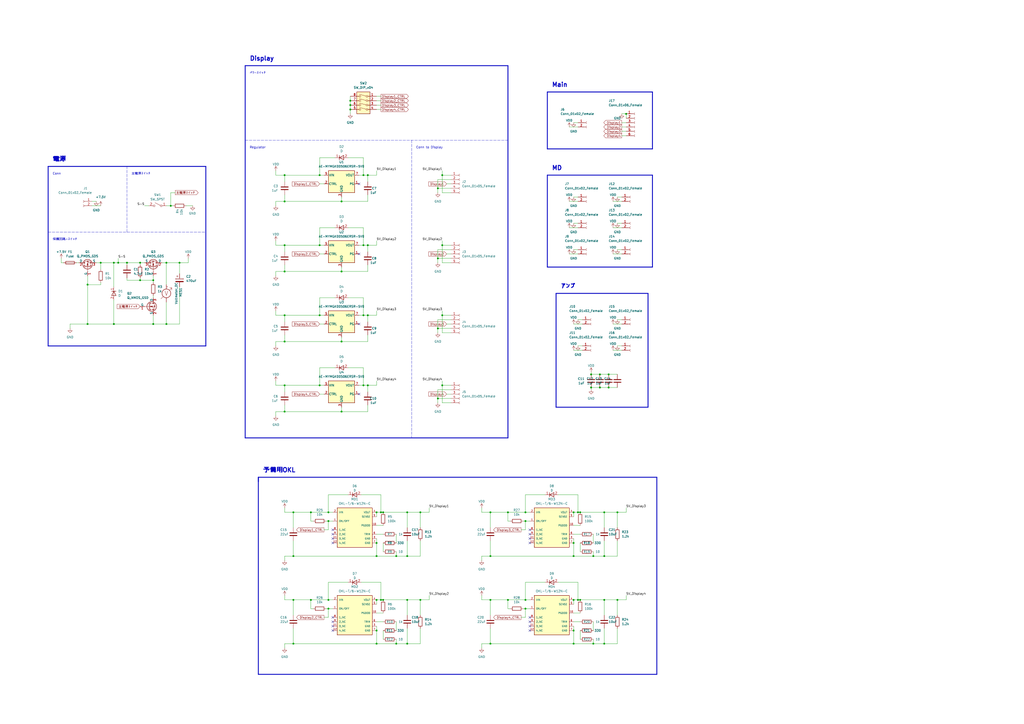
<source format=kicad_sch>
(kicad_sch (version 20211123) (generator eeschema)
  (paper "A2")
  (junction (at 236.22 373.38))
  (junction (at 210.82 101.6))
  (junction (at 198.12 116.84))
  (junction (at 332.74 347.98))
  (junction (at 294.64 297.18))
  (junction (at 254 149.86))
  (junction (at 198.12 238.76))
  (junction (at 213.36 182.88))
  (junction (at 304.8 297.18))
  (junction (at 58.42 152.4))
  (junction (at 210.82 223.52))
  (junction (at 213.36 101.6))
  (junction (at 73.66 152.4))
  (junction (at 236.22 297.18))
  (junction (at 256.54 182.88))
  (junction (at 66.04 187.96))
  (junction (at 336.55 297.18))
  (junction (at 180.34 297.18))
  (junction (at 344.17 322.58))
  (junction (at 284.48 347.98))
  (junction (at 81.28 152.4))
  (junction (at 96.52 152.4))
  (junction (at 353.06 224.79))
  (junction (at 229.87 322.58))
  (junction (at 284.48 322.58))
  (junction (at 66.04 152.4))
  (junction (at 350.52 322.58))
  (junction (at 50.8 165.1))
  (junction (at 284.48 373.38))
  (junction (at 165.1 182.88))
  (junction (at 185.42 223.52))
  (junction (at 294.64 347.98))
  (junction (at 218.44 297.18))
  (junction (at 220.98 297.18))
  (junction (at 344.17 373.38))
  (junction (at 170.18 297.18))
  (junction (at 210.82 142.24))
  (junction (at 88.9 187.96))
  (junction (at 335.28 347.98))
  (junction (at 198.12 198.12))
  (junction (at 218.44 314.96))
  (junction (at 358.14 347.98))
  (junction (at 332.74 297.18))
  (junction (at 213.36 142.24))
  (junction (at 284.48 297.18))
  (junction (at 222.25 347.98))
  (junction (at 350.52 347.98))
  (junction (at 81.28 162.56))
  (junction (at 165.1 142.24))
  (junction (at 185.42 101.6))
  (junction (at 332.74 314.96))
  (junction (at 256.54 142.24))
  (junction (at 342.9 217.17))
  (junction (at 104.14 152.4))
  (junction (at 236.22 322.58))
  (junction (at 170.18 347.98))
  (junction (at 88.9 162.56))
  (junction (at 350.52 373.38))
  (junction (at 165.1 198.12))
  (junction (at 165.1 223.52))
  (junction (at 236.22 347.98))
  (junction (at 185.42 142.24))
  (junction (at 336.55 347.98))
  (junction (at 254 231.14))
  (junction (at 203.2 63.5))
  (junction (at 358.14 297.18))
  (junction (at 304.8 302.26))
  (junction (at 203.2 58.42))
  (junction (at 222.25 297.18))
  (junction (at 220.98 347.98))
  (junction (at 190.5 302.26))
  (junction (at 218.44 365.76))
  (junction (at 243.84 297.18))
  (junction (at 332.74 322.58))
  (junction (at 254 190.5))
  (junction (at 254 109.22))
  (junction (at 190.5 353.06))
  (junction (at 304.8 347.98))
  (junction (at 213.36 223.52))
  (junction (at 185.42 182.88))
  (junction (at 165.1 101.6))
  (junction (at 350.52 297.18))
  (junction (at 342.9 224.79))
  (junction (at 190.5 347.98))
  (junction (at 210.82 182.88))
  (junction (at 218.44 322.58))
  (junction (at 218.44 373.38))
  (junction (at 180.34 347.98))
  (junction (at 218.44 347.98))
  (junction (at 347.98 217.17))
  (junction (at 170.18 373.38))
  (junction (at 335.28 297.18))
  (junction (at 165.1 157.48))
  (junction (at 332.74 373.38))
  (junction (at 165.1 116.84))
  (junction (at 190.5 297.18))
  (junction (at 50.8 187.96))
  (junction (at 363.22 66.04))
  (junction (at 256.54 223.52))
  (junction (at 229.87 373.38))
  (junction (at 198.12 157.48))
  (junction (at 353.06 217.17))
  (junction (at 170.18 322.58))
  (junction (at 203.2 60.96))
  (junction (at 256.54 101.6))
  (junction (at 99.06 119.38))
  (junction (at 165.1 238.76))
  (junction (at 243.84 347.98))
  (junction (at 96.52 187.96))
  (junction (at 304.8 353.06))
  (junction (at 332.74 365.76))
  (junction (at 347.98 224.79))
  (junction (at 68.58 152.4))
  (no_connect (at 193.04 358.14))
  (no_connect (at 208.28 147.32))
  (no_connect (at 193.04 365.76))
  (no_connect (at 307.34 363.22))
  (no_connect (at 193.04 360.68))
  (no_connect (at 193.04 312.42))
  (no_connect (at 208.28 228.6))
  (no_connect (at 193.04 307.34))
  (no_connect (at 208.28 187.96))
  (no_connect (at 208.28 106.68))
  (no_connect (at 307.34 358.14))
  (no_connect (at 307.34 312.42))
  (no_connect (at 193.04 363.22))
  (no_connect (at 307.34 360.68))
  (no_connect (at 307.34 314.96))
  (no_connect (at 307.34 365.76))
  (no_connect (at 193.04 314.96))
  (no_connect (at 307.34 309.88))
  (no_connect (at 193.04 309.88))
  (no_connect (at 307.34 307.34))
  (wire (pts (xy 344.17 360.68) (xy 344.17 365.76)))
  (wire (pts (xy 190.5 353.06) (xy 193.04 353.06)))
  (wire (pts (xy 332.74 347.98) (xy 332.74 350.52)))
  (polyline (pts (xy 375.92 236.22) (xy 375.92 170.18)) (stroke (width 0.5) (type solid)))
  (wire (pts (xy 203.2 63.5) (xy 203.2 66.04)))
  (wire (pts (xy 203.2 55.88) (xy 203.2 58.42)))
  (wire (pts (xy 261.62 185.42) (xy 254 185.42)))
  (wire (pts (xy 210.82 172.72) (xy 210.82 182.88)))
  (wire (pts (xy 213.36 157.48) (xy 198.12 157.48)))
  (wire (pts (xy 336.55 297.18) (xy 350.52 297.18)))
  (wire (pts (xy 210.82 91.44) (xy 210.82 101.6)))
  (wire (pts (xy 256.54 101.6) (xy 261.62 101.6)))
  (wire (pts (xy 218.44 347.98) (xy 220.98 347.98)))
  (wire (pts (xy 229.87 322.58) (xy 236.22 322.58)))
  (wire (pts (xy 284.48 322.58) (xy 332.74 322.58)))
  (wire (pts (xy 218.44 365.76) (xy 218.44 373.38)))
  (wire (pts (xy 81.28 152.4) (xy 81.28 153.67)))
  (wire (pts (xy 337.82 203.2) (xy 332.74 203.2)))
  (wire (pts (xy 256.54 99.06) (xy 256.54 101.6)))
  (wire (pts (xy 165.1 194.31) (xy 165.1 198.12)))
  (wire (pts (xy 187.96 307.34) (xy 190.5 307.34)))
  (wire (pts (xy 201.93 337.82) (xy 190.5 337.82)))
  (wire (pts (xy 220.98 337.82) (xy 220.98 347.98)))
  (wire (pts (xy 256.54 182.88) (xy 261.62 182.88)))
  (wire (pts (xy 294.64 297.18) (xy 304.8 297.18)))
  (wire (pts (xy 35.56 152.4) (xy 36.83 152.4)))
  (wire (pts (xy 337.82 187.96) (xy 332.74 187.96)))
  (wire (pts (xy 210.82 213.36) (xy 210.82 223.52)))
  (wire (pts (xy 337.82 200.66) (xy 335.28 200.66)))
  (wire (pts (xy 190.5 297.18) (xy 193.04 297.18)))
  (wire (pts (xy 88.9 182.88) (xy 88.9 187.96)))
  (wire (pts (xy 254 231.14) (xy 254 233.68)))
  (wire (pts (xy 187.96 358.14) (xy 190.5 358.14)))
  (wire (pts (xy 165.1 116.84) (xy 198.12 116.84)))
  (wire (pts (xy 44.45 152.4) (xy 45.72 152.4)))
  (wire (pts (xy 336.55 347.98) (xy 350.52 347.98)))
  (wire (pts (xy 220.98 297.18) (xy 222.25 297.18)))
  (wire (pts (xy 236.22 306.07) (xy 236.22 297.18)))
  (wire (pts (xy 360.68 185.42) (xy 358.14 185.42)))
  (wire (pts (xy 243.84 364.49) (xy 243.84 373.38)))
  (wire (pts (xy 104.14 158.75) (xy 104.14 152.4)))
  (wire (pts (xy 358.14 347.98) (xy 358.14 356.87)))
  (wire (pts (xy 88.9 162.56) (xy 88.9 163.83)))
  (wire (pts (xy 344.17 322.58) (xy 350.52 322.58)))
  (wire (pts (xy 185.42 147.32) (xy 187.96 147.32)))
  (wire (pts (xy 254 231.14) (xy 261.62 231.14)))
  (wire (pts (xy 243.84 347.98) (xy 243.84 356.87)))
  (polyline (pts (xy 27.94 96.52) (xy 119.38 96.52)) (stroke (width 0.5) (type solid)))
  (wire (pts (xy 190.5 358.14) (xy 190.5 353.06)))
  (wire (pts (xy 256.54 111.76) (xy 261.62 111.76)))
  (wire (pts (xy 201.93 287.02) (xy 190.5 287.02)))
  (wire (pts (xy 218.44 347.98) (xy 218.44 350.52)))
  (wire (pts (xy 284.48 297.18) (xy 284.48 306.07)))
  (wire (pts (xy 332.74 355.6) (xy 336.55 355.6)))
  (wire (pts (xy 243.84 297.18) (xy 243.84 306.07)))
  (wire (pts (xy 254 109.22) (xy 254 111.76)))
  (wire (pts (xy 40.64 187.96) (xy 40.64 190.5)))
  (wire (pts (xy 336.55 365.76) (xy 336.55 370.84)))
  (wire (pts (xy 96.52 152.4) (xy 104.14 152.4)))
  (polyline (pts (xy 317.5 101.6) (xy 378.46 101.6)) (stroke (width 0.5) (type solid)))
  (wire (pts (xy 335.28 347.98) (xy 336.55 347.98)))
  (wire (pts (xy 213.36 116.84) (xy 198.12 116.84)))
  (wire (pts (xy 304.8 287.02) (xy 304.8 297.18)))
  (wire (pts (xy 360.68 78.74) (xy 363.22 78.74)))
  (wire (pts (xy 218.44 304.8) (xy 222.25 304.8)))
  (polyline (pts (xy 238.76 81.28) (xy 238.76 254)))
  (wire (pts (xy 218.44 60.96) (xy 220.98 60.96)))
  (wire (pts (xy 259.08 187.96) (xy 261.62 187.96)))
  (wire (pts (xy 58.42 163.83) (xy 58.42 165.1)))
  (wire (pts (xy 294.64 353.06) (xy 294.64 347.98)))
  (wire (pts (xy 81.28 162.56) (xy 88.9 162.56)))
  (wire (pts (xy 201.93 213.36) (xy 210.82 213.36)))
  (wire (pts (xy 220.98 347.98) (xy 222.25 347.98)))
  (wire (pts (xy 165.1 113.03) (xy 165.1 116.84)))
  (polyline (pts (xy 322.58 170.18) (xy 322.58 236.22)) (stroke (width 0.5) (type solid)))
  (polyline (pts (xy 322.58 170.18) (xy 375.92 170.18)) (stroke (width 0.5) (type solid)))
  (wire (pts (xy 256.54 220.98) (xy 256.54 223.52)))
  (wire (pts (xy 213.36 105.41) (xy 213.36 101.6)))
  (wire (pts (xy 335.28 337.82) (xy 335.28 347.98)))
  (wire (pts (xy 66.04 173.99) (xy 66.04 187.96)))
  (wire (pts (xy 360.68 76.2) (xy 363.22 76.2)))
  (wire (pts (xy 337.82 185.42) (xy 335.28 185.42)))
  (wire (pts (xy 360.68 114.3) (xy 358.14 114.3)))
  (wire (pts (xy 213.36 153.67) (xy 213.36 157.48)))
  (wire (pts (xy 165.1 157.48) (xy 198.12 157.48)))
  (wire (pts (xy 99.06 111.76) (xy 99.06 119.38)))
  (wire (pts (xy 194.31 91.44) (xy 185.42 91.44)))
  (wire (pts (xy 236.22 313.69) (xy 236.22 322.58)))
  (wire (pts (xy 50.8 160.02) (xy 50.8 165.1)))
  (wire (pts (xy 96.52 175.26) (xy 96.52 187.96)))
  (wire (pts (xy 218.44 55.88) (xy 220.98 55.88)))
  (wire (pts (xy 213.36 142.24) (xy 210.82 142.24)))
  (wire (pts (xy 213.36 101.6) (xy 210.82 101.6)))
  (wire (pts (xy 358.14 364.49) (xy 358.14 373.38)))
  (wire (pts (xy 302.26 307.34) (xy 304.8 307.34)))
  (wire (pts (xy 254 149.86) (xy 261.62 149.86)))
  (wire (pts (xy 316.23 337.82) (xy 304.8 337.82)))
  (wire (pts (xy 210.82 182.88) (xy 208.28 182.88)))
  (wire (pts (xy 218.44 373.38) (xy 229.87 373.38)))
  (wire (pts (xy 96.52 152.4) (xy 96.52 165.1)))
  (wire (pts (xy 190.5 302.26) (xy 193.04 302.26)))
  (polyline (pts (xy 294.64 38.1) (xy 294.64 254)) (stroke (width 0.5) (type solid)))
  (wire (pts (xy 335.28 116.84) (xy 330.2 116.84)))
  (wire (pts (xy 256.54 142.24) (xy 261.62 142.24)))
  (wire (pts (xy 335.28 144.78) (xy 332.74 144.78)))
  (wire (pts (xy 165.1 322.58) (xy 165.1 325.12)))
  (wire (pts (xy 210.82 101.6) (xy 208.28 101.6)))
  (wire (pts (xy 347.98 224.79) (xy 342.9 224.79)))
  (wire (pts (xy 259.08 106.68) (xy 261.62 106.68)))
  (wire (pts (xy 256.54 142.24) (xy 256.54 152.4)))
  (wire (pts (xy 104.14 152.4) (xy 109.22 152.4)))
  (wire (pts (xy 187.96 182.88) (xy 185.42 182.88)))
  (wire (pts (xy 194.31 213.36) (xy 185.42 213.36)))
  (wire (pts (xy 243.84 347.98) (xy 248.92 347.98)))
  (wire (pts (xy 279.4 345.44) (xy 279.4 347.98)))
  (wire (pts (xy 243.84 313.69) (xy 243.84 322.58)))
  (wire (pts (xy 187.96 101.6) (xy 185.42 101.6)))
  (wire (pts (xy 213.36 146.05) (xy 213.36 142.24)))
  (wire (pts (xy 360.68 129.54) (xy 358.14 129.54)))
  (wire (pts (xy 363.22 66.04) (xy 363.22 68.58)))
  (wire (pts (xy 360.68 66.04) (xy 363.22 66.04)))
  (wire (pts (xy 218.44 223.52) (xy 213.36 223.52)))
  (wire (pts (xy 243.84 297.18) (xy 248.92 297.18)))
  (wire (pts (xy 201.93 132.08) (xy 210.82 132.08)))
  (wire (pts (xy 350.52 313.69) (xy 350.52 322.58)))
  (wire (pts (xy 218.44 139.7) (xy 218.44 142.24)))
  (wire (pts (xy 170.18 313.69) (xy 170.18 322.58)))
  (wire (pts (xy 332.74 363.22) (xy 332.74 365.76)))
  (wire (pts (xy 165.1 198.12) (xy 198.12 198.12)))
  (wire (pts (xy 218.44 220.98) (xy 218.44 223.52)))
  (wire (pts (xy 213.36 186.69) (xy 213.36 182.88)))
  (wire (pts (xy 332.74 312.42) (xy 332.74 314.96)))
  (wire (pts (xy 254 149.86) (xy 254 152.4)))
  (wire (pts (xy 185.42 187.96) (xy 187.96 187.96)))
  (wire (pts (xy 170.18 297.18) (xy 180.34 297.18)))
  (wire (pts (xy 256.54 182.88) (xy 256.54 193.04)))
  (wire (pts (xy 229.87 320.04) (xy 229.87 322.58)))
  (wire (pts (xy 218.44 182.88) (xy 213.36 182.88)))
  (wire (pts (xy 279.4 322.58) (xy 284.48 322.58)))
  (wire (pts (xy 218.44 363.22) (xy 218.44 365.76)))
  (wire (pts (xy 236.22 297.18) (xy 243.84 297.18)))
  (wire (pts (xy 332.74 304.8) (xy 336.55 304.8)))
  (wire (pts (xy 360.68 116.84) (xy 355.6 116.84)))
  (wire (pts (xy 335.28 73.66) (xy 330.2 73.66)))
  (wire (pts (xy 210.82 223.52) (xy 208.28 223.52)))
  (wire (pts (xy 335.28 129.54) (xy 332.74 129.54)))
  (wire (pts (xy 229.87 360.68) (xy 229.87 365.76)))
  (wire (pts (xy 342.9 217.17) (xy 347.98 217.17)))
  (wire (pts (xy 165.1 322.58) (xy 170.18 322.58)))
  (wire (pts (xy 294.64 302.26) (xy 294.64 297.18)))
  (wire (pts (xy 358.14 347.98) (xy 363.22 347.98)))
  (wire (pts (xy 170.18 364.49) (xy 170.18 373.38)))
  (wire (pts (xy 350.52 373.38) (xy 358.14 373.38)))
  (polyline (pts (xy 149.86 391.16) (xy 381 391.16)) (stroke (width 0.5) (type solid)))
  (wire (pts (xy 194.31 132.08) (xy 185.42 132.08)))
  (wire (pts (xy 222.25 314.96) (xy 222.25 320.04)))
  (wire (pts (xy 73.66 152.4) (xy 73.66 153.67)))
  (wire (pts (xy 66.04 152.4) (xy 66.04 166.37)))
  (wire (pts (xy 170.18 347.98) (xy 170.18 356.87)))
  (wire (pts (xy 109.22 149.86) (xy 109.22 152.4)))
  (wire (pts (xy 185.42 213.36) (xy 185.42 223.52)))
  (wire (pts (xy 304.8 358.14) (xy 304.8 353.06)))
  (wire (pts (xy 360.68 73.66) (xy 363.22 73.66)))
  (polyline (pts (xy 119.38 200.66) (xy 119.38 96.52)) (stroke (width 0.5) (type solid)))
  (wire (pts (xy 50.8 187.96) (xy 66.04 187.96)))
  (wire (pts (xy 303.53 302.26) (xy 304.8 302.26)))
  (wire (pts (xy 165.1 347.98) (xy 170.18 347.98)))
  (wire (pts (xy 220.98 287.02) (xy 220.98 297.18)))
  (wire (pts (xy 304.8 337.82) (xy 304.8 347.98)))
  (polyline (pts (xy 378.46 154.94) (xy 378.46 101.6)) (stroke (width 0.5) (type solid)))
  (polyline (pts (xy 27.94 200.66) (xy 119.38 200.66)) (stroke (width 0.5) (type solid)))
  (wire (pts (xy 353.06 217.17) (xy 358.14 217.17)))
  (wire (pts (xy 332.74 365.76) (xy 332.74 373.38)))
  (wire (pts (xy 165.1 182.88) (xy 185.42 182.88)))
  (wire (pts (xy 254 190.5) (xy 254 193.04)))
  (wire (pts (xy 218.44 99.06) (xy 218.44 101.6)))
  (wire (pts (xy 88.9 187.96) (xy 96.52 187.96)))
  (wire (pts (xy 332.74 360.68) (xy 336.55 360.68)))
  (wire (pts (xy 190.5 347.98) (xy 193.04 347.98)))
  (wire (pts (xy 165.1 223.52) (xy 185.42 223.52)))
  (wire (pts (xy 218.44 297.18) (xy 220.98 297.18)))
  (wire (pts (xy 58.42 165.1) (xy 50.8 165.1)))
  (wire (pts (xy 248.92 345.44) (xy 248.92 347.98)))
  (wire (pts (xy 180.34 297.18) (xy 190.5 297.18)))
  (polyline (pts (xy 322.58 236.22) (xy 375.92 236.22)) (stroke (width 0.5) (type solid)))
  (wire (pts (xy 198.12 154.94) (xy 198.12 157.48)))
  (wire (pts (xy 201.93 91.44) (xy 210.82 91.44)))
  (wire (pts (xy 236.22 322.58) (xy 243.84 322.58)))
  (wire (pts (xy 160.02 182.88) (xy 160.02 180.34)))
  (wire (pts (xy 218.44 355.6) (xy 222.25 355.6)))
  (wire (pts (xy 261.62 144.78) (xy 254 144.78)))
  (wire (pts (xy 185.42 106.68) (xy 187.96 106.68)))
  (polyline (pts (xy 27.94 96.52) (xy 27.94 200.66)) (stroke (width 0.5) (type solid)))
  (wire (pts (xy 261.62 226.06) (xy 254 226.06)))
  (wire (pts (xy 284.48 364.49) (xy 284.48 373.38)))
  (wire (pts (xy 185.42 172.72) (xy 185.42 182.88)))
  (wire (pts (xy 213.36 182.88) (xy 210.82 182.88)))
  (wire (pts (xy 332.74 297.18) (xy 335.28 297.18)))
  (wire (pts (xy 66.04 187.96) (xy 88.9 187.96)))
  (wire (pts (xy 295.91 302.26) (xy 294.64 302.26)))
  (wire (pts (xy 218.44 142.24) (xy 213.36 142.24)))
  (wire (pts (xy 165.1 223.52) (xy 165.1 227.33)))
  (wire (pts (xy 210.82 142.24) (xy 208.28 142.24)))
  (wire (pts (xy 68.58 152.4) (xy 73.66 152.4)))
  (wire (pts (xy 180.34 347.98) (xy 190.5 347.98)))
  (wire (pts (xy 160.02 157.48) (xy 160.02 160.02)))
  (wire (pts (xy 350.52 322.58) (xy 358.14 322.58)))
  (wire (pts (xy 335.28 132.08) (xy 330.2 132.08)))
  (wire (pts (xy 335.28 71.12) (xy 332.74 71.12)))
  (wire (pts (xy 347.98 217.17) (xy 353.06 217.17)))
  (wire (pts (xy 160.02 142.24) (xy 160.02 139.7)))
  (wire (pts (xy 88.9 171.45) (xy 88.9 172.72)))
  (polyline (pts (xy 27.94 134.62) (xy 73.66 134.62)))
  (wire (pts (xy 236.22 373.38) (xy 243.84 373.38)))
  (wire (pts (xy 165.1 373.38) (xy 170.18 373.38)))
  (wire (pts (xy 358.14 224.79) (xy 353.06 224.79)))
  (wire (pts (xy 284.48 373.38) (xy 332.74 373.38)))
  (wire (pts (xy 53.34 116.84) (xy 55.88 116.84)))
  (wire (pts (xy 344.17 373.38) (xy 350.52 373.38)))
  (wire (pts (xy 279.4 322.58) (xy 279.4 325.12)))
  (wire (pts (xy 256.54 180.34) (xy 256.54 182.88)))
  (wire (pts (xy 160.02 238.76) (xy 160.02 241.3)))
  (wire (pts (xy 181.61 353.06) (xy 180.34 353.06)))
  (wire (pts (xy 254 185.42) (xy 254 190.5)))
  (wire (pts (xy 279.4 373.38) (xy 284.48 373.38)))
  (wire (pts (xy 254 190.5) (xy 261.62 190.5)))
  (wire (pts (xy 254 226.06) (xy 254 231.14)))
  (wire (pts (xy 256.54 152.4) (xy 261.62 152.4)))
  (wire (pts (xy 165.1 182.88) (xy 160.02 182.88)))
  (wire (pts (xy 190.5 287.02) (xy 190.5 297.18)))
  (wire (pts (xy 279.4 347.98) (xy 284.48 347.98)))
  (wire (pts (xy 160.02 238.76) (xy 165.1 238.76)))
  (wire (pts (xy 336.55 314.96) (xy 336.55 320.04)))
  (wire (pts (xy 73.66 161.29) (xy 73.66 162.56)))
  (wire (pts (xy 332.74 322.58) (xy 344.17 322.58)))
  (wire (pts (xy 165.1 373.38) (xy 165.1 375.92)))
  (wire (pts (xy 295.91 353.06) (xy 294.64 353.06)))
  (wire (pts (xy 279.4 297.18) (xy 284.48 297.18)))
  (wire (pts (xy 218.44 101.6) (xy 213.36 101.6)))
  (wire (pts (xy 107.95 119.38) (xy 111.76 119.38)))
  (polyline (pts (xy 142.24 38.1) (xy 294.64 38.1)) (stroke (width 0.5) (type solid)))
  (wire (pts (xy 73.66 162.56) (xy 81.28 162.56)))
  (wire (pts (xy 363.22 345.44) (xy 363.22 347.98)))
  (wire (pts (xy 35.56 149.86) (xy 35.56 152.4)))
  (wire (pts (xy 332.74 373.38) (xy 344.17 373.38)))
  (wire (pts (xy 303.53 353.06) (xy 304.8 353.06)))
  (wire (pts (xy 66.04 152.4) (xy 68.58 152.4)))
  (wire (pts (xy 165.1 153.67) (xy 165.1 157.48)))
  (wire (pts (xy 350.52 356.87) (xy 350.52 347.98)))
  (wire (pts (xy 160.02 116.84) (xy 160.02 119.38)))
  (wire (pts (xy 229.87 309.88) (xy 229.87 314.96)))
  (wire (pts (xy 185.42 91.44) (xy 185.42 101.6)))
  (wire (pts (xy 88.9 160.02) (xy 88.9 162.56)))
  (wire (pts (xy 170.18 322.58) (xy 218.44 322.58)))
  (wire (pts (xy 254 104.14) (xy 254 109.22)))
  (wire (pts (xy 185.42 228.6) (xy 187.96 228.6)))
  (wire (pts (xy 218.44 322.58) (xy 229.87 322.58)))
  (wire (pts (xy 256.54 233.68) (xy 261.62 233.68)))
  (wire (pts (xy 165.1 182.88) (xy 165.1 186.69)))
  (wire (pts (xy 222.25 297.18) (xy 236.22 297.18)))
  (wire (pts (xy 254 109.22) (xy 261.62 109.22)))
  (wire (pts (xy 220.98 337.82) (xy 209.55 337.82)))
  (wire (pts (xy 332.74 309.88) (xy 336.55 309.88)))
  (wire (pts (xy 256.54 139.7) (xy 256.54 142.24)))
  (wire (pts (xy 332.74 347.98) (xy 335.28 347.98)))
  (wire (pts (xy 279.4 373.38) (xy 279.4 375.92)))
  (wire (pts (xy 198.12 236.22) (xy 198.12 238.76)))
  (wire (pts (xy 165.1 345.44) (xy 165.1 347.98)))
  (wire (pts (xy 360.68 147.32) (xy 355.6 147.32)))
  (wire (pts (xy 50.8 165.1) (xy 50.8 187.96)))
  (wire (pts (xy 350.52 297.18) (xy 358.14 297.18)))
  (wire (pts (xy 213.36 194.31) (xy 213.36 198.12)))
  (wire (pts (xy 284.48 347.98) (xy 294.64 347.98)))
  (wire (pts (xy 335.28 337.82) (xy 323.85 337.82)))
  (wire (pts (xy 284.48 347.98) (xy 284.48 356.87)))
  (polyline (pts (xy 73.66 134.62) (xy 73.66 96.52)))
  (polyline (pts (xy 381 276.86) (xy 149.86 276.86)) (stroke (width 0.5) (type solid)))
  (wire (pts (xy 261.62 104.14) (xy 254 104.14)))
  (wire (pts (xy 81.28 161.29) (xy 81.28 162.56)))
  (wire (pts (xy 165.1 238.76) (xy 198.12 238.76)))
  (wire (pts (xy 236.22 347.98) (xy 243.84 347.98)))
  (wire (pts (xy 180.34 353.06) (xy 180.34 347.98)))
  (wire (pts (xy 256.54 101.6) (xy 256.54 111.76)))
  (wire (pts (xy 284.48 297.18) (xy 294.64 297.18)))
  (wire (pts (xy 165.1 101.6) (xy 160.02 101.6)))
  (wire (pts (xy 213.36 223.52) (xy 210.82 223.52)))
  (wire (pts (xy 160.02 101.6) (xy 160.02 99.06)))
  (wire (pts (xy 203.2 60.96) (xy 203.2 63.5)))
  (wire (pts (xy 350.52 306.07) (xy 350.52 297.18)))
  (polyline (pts (xy 317.5 101.6) (xy 317.5 154.94)) (stroke (width 0.5) (type solid)))
  (wire (pts (xy 213.36 234.95) (xy 213.36 238.76)))
  (wire (pts (xy 185.42 132.08) (xy 185.42 142.24)))
  (wire (pts (xy 99.06 119.38) (xy 100.33 119.38)))
  (wire (pts (xy 210.82 132.08) (xy 210.82 142.24)))
  (wire (pts (xy 335.28 287.02) (xy 323.85 287.02)))
  (wire (pts (xy 218.44 309.88) (xy 222.25 309.88)))
  (polyline (pts (xy 317.5 53.34) (xy 317.5 86.36)) (stroke (width 0.5) (type solid)))
  (wire (pts (xy 96.52 187.96) (xy 104.14 187.96)))
  (wire (pts (xy 194.31 172.72) (xy 185.42 172.72)))
  (wire (pts (xy 358.14 297.18) (xy 363.22 297.18)))
  (wire (pts (xy 218.44 312.42) (xy 218.44 314.96)))
  (polyline (pts (xy 73.66 134.62) (xy 119.38 134.62)))
  (wire (pts (xy 160.02 198.12) (xy 165.1 198.12)))
  (wire (pts (xy 360.68 203.2) (xy 355.6 203.2)))
  (wire (pts (xy 218.44 63.5) (xy 220.98 63.5)))
  (wire (pts (xy 190.5 337.82) (xy 190.5 347.98)))
  (wire (pts (xy 350.52 347.98) (xy 358.14 347.98)))
  (polyline (pts (xy 142.24 254) (xy 294.64 254)) (stroke (width 0.5) (type solid)))
  (wire (pts (xy 307.34 353.06) (xy 304.8 353.06)))
  (wire (pts (xy 256.54 193.04) (xy 261.62 193.04)))
  (wire (pts (xy 165.1 297.18) (xy 170.18 297.18)))
  (wire (pts (xy 58.42 152.4) (xy 66.04 152.4)))
  (wire (pts (xy 218.44 58.42) (xy 220.98 58.42)))
  (wire (pts (xy 73.66 152.4) (xy 81.28 152.4)))
  (wire (pts (xy 294.64 347.98) (xy 304.8 347.98)))
  (wire (pts (xy 189.23 302.26) (xy 190.5 302.26)))
  (wire (pts (xy 187.96 223.52) (xy 185.42 223.52)))
  (wire (pts (xy 58.42 152.4) (xy 58.42 156.21)))
  (wire (pts (xy 201.93 172.72) (xy 210.82 172.72)))
  (wire (pts (xy 360.68 132.08) (xy 355.6 132.08)))
  (wire (pts (xy 165.1 234.95) (xy 165.1 238.76)))
  (wire (pts (xy 160.02 157.48) (xy 165.1 157.48)))
  (wire (pts (xy 165.1 142.24) (xy 160.02 142.24)))
  (wire (pts (xy 213.36 198.12) (xy 198.12 198.12)))
  (polyline (pts (xy 317.5 154.94) (xy 378.46 154.94)) (stroke (width 0.5) (type solid)))
  (polyline (pts (xy 317.5 53.34) (xy 378.46 53.34)) (stroke (width 0.5) (type solid)))
  (wire (pts (xy 304.8 297.18) (xy 307.34 297.18)))
  (wire (pts (xy 279.4 294.64) (xy 279.4 297.18)))
  (wire (pts (xy 254 144.78) (xy 254 149.86)))
  (wire (pts (xy 344.17 320.04) (xy 344.17 322.58)))
  (wire (pts (xy 302.26 358.14) (xy 304.8 358.14)))
  (polyline (pts (xy 149.86 276.86) (xy 149.86 391.16)) (stroke (width 0.5) (type solid)))
  (wire (pts (xy 220.98 287.02) (xy 209.55 287.02)))
  (wire (pts (xy 284.48 313.69) (xy 284.48 322.58)))
  (wire (pts (xy 93.98 152.4) (xy 96.52 152.4)))
  (wire (pts (xy 350.52 364.49) (xy 350.52 373.38)))
  (wire (pts (xy 344.17 370.84) (xy 344.17 373.38)))
  (wire (pts (xy 335.28 147.32) (xy 330.2 147.32)))
  (wire (pts (xy 256.54 223.52) (xy 256.54 233.68)))
  (wire (pts (xy 198.12 195.58) (xy 198.12 198.12)))
  (wire (pts (xy 165.1 142.24) (xy 185.42 142.24)))
  (wire (pts (xy 259.08 147.32) (xy 261.62 147.32)))
  (wire (pts (xy 198.12 238.76) (xy 213.36 238.76)))
  (wire (pts (xy 353.06 224.79) (xy 347.98 224.79)))
  (wire (pts (xy 360.68 187.96) (xy 355.6 187.96)))
  (wire (pts (xy 332.74 297.18) (xy 332.74 299.72)))
  (wire (pts (xy 335.28 287.02) (xy 335.28 297.18)))
  (wire (pts (xy 203.2 58.42) (xy 203.2 60.96)))
  (wire (pts (xy 236.22 356.87) (xy 236.22 347.98)))
  (wire (pts (xy 198.12 114.3) (xy 198.12 116.84)))
  (wire (pts (xy 222.25 347.98) (xy 236.22 347.98)))
  (wire (pts (xy 218.44 297.18) (xy 218.44 299.72)))
  (wire (pts (xy 53.34 119.38) (xy 58.42 119.38)))
  (wire (pts (xy 335.28 297.18) (xy 336.55 297.18)))
  (wire (pts (xy 55.88 152.4) (xy 58.42 152.4)))
  (wire (pts (xy 358.14 313.69) (xy 358.14 322.58)))
  (polyline (pts (xy 142.24 38.1) (xy 142.24 254)) (stroke (width 0.5) (type solid)))
  (wire (pts (xy 165.1 101.6) (xy 165.1 105.41)))
  (wire (pts (xy 96.52 119.38) (xy 99.06 119.38)))
  (wire (pts (xy 363.22 294.64) (xy 363.22 297.18)))
  (wire (pts (xy 189.23 353.06) (xy 190.5 353.06)))
  (wire (pts (xy 165.1 142.24) (xy 165.1 146.05)))
  (wire (pts (xy 170.18 297.18) (xy 170.18 306.07)))
  (wire (pts (xy 358.14 297.18) (xy 358.14 306.07)))
  (wire (pts (xy 213.36 227.33) (xy 213.36 223.52)))
  (wire (pts (xy 101.6 111.76) (xy 99.06 111.76)))
  (wire (pts (xy 316.23 287.02) (xy 304.8 287.02)))
  (wire (pts (xy 83.82 119.38) (xy 86.36 119.38)))
  (wire (pts (xy 50.8 187.96) (xy 40.64 187.96)))
  (wire (pts (xy 218.44 314.96) (xy 218.44 322.58)))
  (wire (pts (xy 185.42 142.24) (xy 187.96 142.24)))
  (wire (pts (xy 160.02 198.12) (xy 160.02 200.66)))
  (wire (pts (xy 304.8 307.34) (xy 304.8 302.26)))
  (wire (pts (xy 342.9 224.79) (xy 342.9 226.06)))
  (wire (pts (xy 304.8 302.26) (xy 307.34 302.26)))
  (wire (pts (xy 218.44 360.68) (xy 222.25 360.68)))
  (wire (pts (xy 104.14 166.37) (xy 104.14 187.96)))
  (wire (pts (xy 259.08 228.6) (xy 261.62 228.6)))
  (wire (pts (xy 160.02 223.52) (xy 160.02 220.98)))
  (wire (pts (xy 165.1 223.52) (xy 160.02 223.52)))
  (polyline (pts (xy 317.5 86.36) (xy 378.46 86.36)) (stroke (width 0.5) (type solid)))
  (wire (pts (xy 170.18 373.38) (xy 218.44 373.38)))
  (polyline (pts (xy 142.24 81.28) (xy 294.64 81.28)))
  (wire (pts (xy 170.18 347.98) (xy 180.34 347.98)))
  (wire (pts (xy 81.28 152.4) (xy 83.82 152.4)))
  (wire (pts (xy 229.87 373.38) (xy 236.22 373.38)))
  (polyline (pts (xy 378.46 86.36) (xy 378.46 53.34)) (stroke (width 0.5) (type solid)))
  (wire (pts (xy 181.61 302.26) (xy 180.34 302.26)))
  (wire (pts (xy 360.68 200.66) (xy 358.14 200.66)))
  (wire (pts (xy 68.58 149.86) (xy 68.58 152.4)))
  (wire (pts (xy 222.25 365.76) (xy 222.25 370.84)))
  (wire (pts (xy 360.68 71.12) (xy 363.22 71.12)))
  (wire (pts (xy 229.87 370.84) (xy 229.87 373.38)))
  (wire (pts (xy 190.5 307.34) (xy 190.5 302.26)))
  (wire (pts (xy 180.34 302.26) (xy 180.34 297.18)))
  (wire (pts (xy 360.68 144.78) (xy 358.14 144.78)))
  (polyline (pts (xy 381 391.16) (xy 381 276.86)) (stroke (width 0.5) (type solid)))
  (wire (pts (xy 342.9 215.9) (xy 342.9 217.17)))
  (wire (pts (xy 248.92 294.64) (xy 248.92 297.18)))
  (wire (pts (xy 344.17 309.88) (xy 344.17 314.96)))
  (wire (pts (xy 256.54 223.52) (xy 261.62 223.52)))
  (wire (pts (xy 165.1 294.64) (xy 165.1 297.18)))
  (wire (pts (xy 335.28 114.3) (xy 332.74 114.3)))
  (wire (pts (xy 165.1 101.6) (xy 185.42 101.6)))
  (wire (pts (xy 236.22 364.49) (xy 236.22 373.38)))
  (wire (pts (xy 332.74 314.96) (xy 332.74 322.58)))
  (wire (pts (xy 213.36 113.03) (xy 213.36 116.84)))
  (wire (pts (xy 304.8 347.98) (xy 307.34 347.98)))
  (wire (pts (xy 218.44 180.34) (xy 218.44 182.88)))
  (wire (pts (xy 160.02 116.84) (xy 165.1 116.84)))
  (polyline (pts (xy 149.86 276.86) (xy 149.86 279.4)) (stroke (width 0.5) (type solid)))
  (text "予備用OKL" (at 152.4 274.32 0) (effects (font (size 2.54 2.54) (thickness 0.508) bold) (justify left bottom)))
  (text "主電源スイッチ" (at 76.2 101.6 0) (effects (font (size 1.27 1.27)) (justify left bottom)))
  (text "Main" (at 320.04 50.8 0) (effects (font (size 2.54 2.54) (thickness 0.508) bold) (justify left bottom)))
  (text "Regulator" (at 144.78 86.36 0) (effects (font (size 1.27 1.27)) (justify left bottom)))
  (text "保護回路・スイッチ" (at 30.48 139.7 0) (effects (font (size 1.27 1.27)) (justify left bottom)))
  (text "電源" (at 30.48 93.98 0) (effects (font (size 2.54 2.54) bold) (justify left bottom)))
  (text "パワースイッチ" (at 144.78 43.18 0) (effects (font (size 1.27 1.27)) (justify left bottom)))
  (text "Conn to Display" (at 241.3 86.36 0) (effects (font (size 1.27 1.27)) (justify left bottom)))
  (text "MD" (at 320.04 99.06 0) (effects (font (size 2.54 2.54) bold) (justify left bottom)))
  (text "Display" (at 144.78 35.56 0) (effects (font (size 2.54 2.54) (thickness 0.508) bold) (justify left bottom)))
  (text "Conn" (at 30.48 101.6 0) (effects (font (size 1.27 1.27)) (justify left bottom)))
  (text "アンプ" (at 325.12 167.64 0) (effects (font (size 2.54 2.54) bold) (justify left bottom)))
  (label "5V_Display4" (at 218.44 220.98 0))
  (label "5V_Display4" (at 256.54 220.98 180))
  (label "5V_Display4" (at 363.22 345.44 0))
  (label "S-S" (at 68.58 149.86 0))
  (label "5V_Display3" (at 218.44 180.34 0))
  (label "5V_Display2" (at 256.54 139.7 180))
  (label "5V_Display3" (at 256.54 180.34 180))
  (label "5V_Display2" (at 218.44 139.7 0))
  (label "S-S" (at 83.82 119.38 180))
  (label "5V_Display1" (at 218.44 99.06 0))
  (label "5V_Display3" (at 363.22 294.64 0))
  (label "5V_Display2" (at 248.92 345.44 0))
  (label "5V_Display1" (at 248.92 294.64 0))
  (label "5V_Display1" (at 256.54 99.06 180))
  (global_label "Display2" (shape input) (at 259.08 147.32 180) (property "Intersheet References" "${INTERSHEET_REFS}" (effects hide)))
  (global_label "Display3" (shape output) (at 360.68 76.2 180) (property "Intersheet References" "${INTERSHEET_REFS}" (effects hide)))
  (global_label "Display2_CTRL" (shape input) (at 185.42 147.32 180) (property "Intersheet References" "${INTERSHEET_REFS}" (effects hide)))
  (global_label "Display2_CTRL" (shape output) (at 220.98 58.42 0) (property "Intersheet References" "${INTERSHEET_REFS}" (effects hide)))
  (global_label "Display4_CTRL" (shape input) (at 185.42 228.6 180) (property "Intersheet References" "${INTERSHEET_REFS}" (effects hide)))
  (global_label "Display4_CTRL" (shape output) (at 302.26 358.14 180) (property "Intersheet References" "${INTERSHEET_REFS}" (effects hide)))
  (global_label "Display2_CTRL" (shape output) (at 187.96 358.14 180) (property "Intersheet References" "${INTERSHEET_REFS}" (effects hide)))
  (global_label "主電源スイッチ" (shape input) (at 81.28 177.8 180) (property "Intersheet References" "${INTERSHEET_REFS}" (effects hide)))
  (global_label "Display2" (shape output) (at 360.68 73.66 180) (property "Intersheet References" "${INTERSHEET_REFS}" (effects hide)))
  (global_label "Display1" (shape output) (at 360.68 71.12 180) (property "Intersheet References" "${INTERSHEET_REFS}" (effects hide)))
  (global_label "Display3_CTRL" (shape output) (at 220.98 60.96 0) (property "Intersheet References" "${INTERSHEET_REFS}" (effects hide)))
  (global_label "Display1" (shape input) (at 259.08 106.68 180) (property "Intersheet References" "${INTERSHEET_REFS}" (effects hide)))
  (global_label "Display1_CTRL" (shape input) (at 185.42 106.68 180) (property "Intersheet References" "${INTERSHEET_REFS}" (effects hide)))
  (global_label "Display1_CTRL" (shape output) (at 220.98 55.88 0) (property "Intersheet References" "${INTERSHEET_REFS}" (effects hide)))
  (global_label "Display3_CTRL" (shape output) (at 302.26 307.34 180) (property "Intersheet References" "${INTERSHEET_REFS}" (effects hide)))
  (global_label "Display3_CTRL" (shape input) (at 185.42 187.96 180) (property "Intersheet References" "${INTERSHEET_REFS}" (effects hide)))
  (global_label "Display4_CTRL" (shape output) (at 220.98 63.5 0) (property "Intersheet References" "${INTERSHEET_REFS}" (effects hide)))
  (global_label "Display1_CTRL" (shape output) (at 187.96 307.34 180) (property "Intersheet References" "${INTERSHEET_REFS}" (effects hide)))
  (global_label "Display4" (shape input) (at 259.08 228.6 180) (property "Intersheet References" "${INTERSHEET_REFS}" (effects hide)))
  (global_label "主電源スイッチ" (shape output) (at 101.6 111.76 0) (property "Intersheet References" "${INTERSHEET_REFS}" (effects hide)))
  (global_label "Display3" (shape input) (at 259.08 187.96 180) (property "Intersheet References" "${INTERSHEET_REFS}" (effects hide)))
  (global_label "Display4" (shape output) (at 360.68 78.74 180) (property "Intersheet References" "${INTERSHEET_REFS}" (effects hide)))
  (symbol (lib_id "power:VDD") (at 355.6 147.32 0) (mirror y) (unit 1)
    (property "Reference" "#PWR036" (effects hide))
    (property "Value" "VDD" (at 355.6 143.51 0))
  )
  (symbol (lib_id "Connector:Conn_01x02_Female") (at 365.76 144.78 0) (unit 1)
    (property "Reference" "J14" (at 353.06 137.16 0) (effects (justify left)))
    (property "Value" "Conn_01x02_Female" (at 353.06 139.7 0) (effects (justify left)))
    (property "Footprint" "Connector_AMASS:AMASS_XT30PW-M_1x02_P2.50mm_Horizontal" (effects hide))
  )
  (symbol (lib_id "power:GND") (at 165.1 375.92 0) (unit 1)
    (property "Reference" "#PWR0107" (effects hide))
    (property "Value" "GND" (at 165.1 381 0))
  )
  (symbol (lib_id "Connector:Conn_01x02_Female") (at 340.36 71.12 0) (unit 1)
    (property "Reference" "J6" (at 325.12 63.5 0) (effects (justify left)))
    (property "Value" "Conn_01x02_Female" (at 325.12 66.04 0) (effects (justify left)))
    (property "Footprint" "Connector_AMASS:AMASS_XT30PW-M_1x02_P2.50mm_Horizontal" (effects hide))
  )
  (symbol (lib_id "Connector:Conn_01x06_Female") (at 368.3 71.12 0) (unit 1)
    (property "Reference" "J17" (at 353.06 58.42 0) (effects (justify left)))
    (property "Value" "Conn_01x06_Female" (at 353.06 60.96 0) (effects (justify left)))
    (property "Footprint" "Connector_Molex:Molex_PicoBlade_53261-0671_1x06-1MP_P1.25mm_Horizontal" (effects hide))
  )
  (symbol (lib_id "Switch:SW_DIP_x04") (at 210.82 60.96 0) (mirror y) (unit 1)
    (property "Reference" "SW2" (at 210.82 48.26 0))
    (property "Value" "SW_DIP_x04" (at 210.82 50.8 0))
    (property "Footprint" "Package_DIP:DIP-8_W7.62mm" (effects hide))
  )
  (symbol (lib_id "Device:C") (at 170.18 360.68 0) (unit 1)
    (property "Reference" "C16" (at 162.56 358.14 0) (effects (justify left)))
    (property "Value" "22uF" (at 162.56 360.68 0) (effects (justify left)))
    (property "Footprint" "Capacitor_SMD:C_1210_3225Metric_Pad1.33x2.70mm_HandSolder" (effects hide))
  )
  (symbol (lib_id "Connector:Conn_01x02_Female") (at 365.76 114.3 0) (unit 1)
    (property "Reference" "J12" (at 353.06 106.68 0) (effects (justify left)))
    (property "Value" "Conn_01x02_Female" (at 353.06 109.22 0) (effects (justify left)))
    (property "Footprint" "Connector_AMASS:AMASS_XT30PW-M_1x02_P2.50mm_Horizontal" (effects hide))
  )
  (symbol (lib_id "power:VDD") (at 355.6 116.84 0) (mirror y) (unit 1)
    (property "Reference" "#PWR034" (effects hide))
    (property "Value" "VDD" (at 355.6 113.03 0))
  )
  (symbol (lib_id "Device:C") (at 342.9 220.98 0) (mirror y) (unit 1)
    (property "Reference" "C11" (at 339.09 219.7099 0) (effects (justify left)))
    (property "Value" "1uF" (at 339.09 222.2499 0) (effects (justify left)))
    (property "Footprint" "Capacitor_SMD:C_0603_1608Metric_Pad1.08x0.95mm_HandSolder" (effects hide))
  )
  (symbol (lib_id "power:VDD") (at 160.02 139.7 0) (unit 1)
    (property "Reference" "#PWR09" (effects hide))
    (property "Value" "VDD" (at 160.02 135.89 0))
  )
  (symbol (lib_id "Device:R") (at 226.06 365.76 90) (unit 1)
    (property "Reference" "R11" (at 226.06 365.76 90))
    (property "Value" "330" (at 232.41 365.76 90))
    (property "Footprint" "Resistor_SMD:R_0603_1608Metric_Pad0.98x0.95mm_HandSolder" (effects hide))
  )
  (symbol (lib_id "Connector:Conn_01x02_Female") (at 340.36 144.78 0) (unit 1)
    (property "Reference" "J9" (at 327.66 137.16 0) (effects (justify left)))
    (property "Value" "Conn_01x02_Female" (at 327.66 139.7 0) (effects (justify left)))
    (property "Footprint" "Connector_AMASS:AMASS_XT30PW-M_1x02_P2.50mm_Horizontal" (effects hide))
  )
  (symbol (lib_id "Device:R") (at 222.25 300.99 180) (unit 1)
    (property "Reference" "R5" (at 224.79 299.7199 0) (effects (justify right)))
    (property "Value" "100k" (at 224.79 302.2599 0) (effects (justify right)))
    (property "Footprint" "Resistor_SMD:R_0603_1608Metric_Pad0.98x0.95mm_HandSolder" (effects hide))
  )
  (symbol (lib_id "Device:R") (at 185.42 353.06 270) (unit 1)
    (property "Reference" "R26" (at 185.42 346.71 90))
    (property "Value" "10k" (at 185.42 349.25 90))
    (property "Footprint" "Resistor_SMD:R_0603_1608Metric_Pad0.98x0.95mm_HandSolder" (effects hide))
  )
  (symbol (lib_id "Device:R") (at 226.06 320.04 90) (unit 1)
    (property "Reference" "R9" (at 226.06 320.04 90))
    (property "Value" "10" (at 232.41 320.04 90))
    (property "Footprint" "Resistor_SMD:R_0603_1608Metric_Pad0.98x0.95mm_HandSolder" (effects hide))
  )
  (symbol (lib_id "Connector:Conn_01x02_Female") (at 340.36 129.54 0) (unit 1)
    (property "Reference" "J8" (at 327.66 121.92 0) (effects (justify left)))
    (property "Value" "Conn_01x02_Female" (at 327.66 124.46 0) (effects (justify left)))
    (property "Footprint" "Connector_AMASS:AMASS_XT30PW-M_1x02_P2.50mm_Horizontal" (effects hide))
  )
  (symbol (lib_id "Device:C") (at 350.52 309.88 0) (unit 1)
    (property "Reference" "C21" (at 353.06 307.34 0) (effects (justify left)))
    (property "Value" "10uF" (at 353.06 309.88 0) (effects (justify left)))
    (property "Footprint" "Capacitor_SMD:C_0805_2012Metric_Pad1.18x1.45mm_HandSolder" (effects hide))
  )
  (symbol (lib_id "power:GND") (at 358.14 114.3 0) (mirror y) (unit 1)
    (property "Reference" "#PWR039" (effects hide))
    (property "Value" "GND" (at 358.14 119.38 0))
  )
  (symbol (lib_id "Connector:Conn_01x05_Female") (at 266.7 106.68 0) (unit 1)
    (property "Reference" "J2" (at 267.97 105.4099 0) (effects (justify left)))
    (property "Value" "Conn_01x05_Female" (at 267.97 107.9499 0) (effects (justify left)))
    (property "Footprint" "Connector_Molex:Molex_SPOX_5268-05A_1x05_P2.50mm_Horizontal" (effects hide))
  )
  (symbol (lib_id "Device:R") (at 340.36 365.76 90) (unit 1)
    (property "Reference" "R21" (at 340.36 365.76 90))
    (property "Value" "330" (at 346.71 365.76 90))
    (property "Footprint" "Resistor_SMD:R_0603_1608Metric_Pad0.98x0.95mm_HandSolder" (effects hide))
  )
  (symbol (lib_id "power:GND") (at 160.02 119.38 0) (unit 1)
    (property "Reference" "#PWR08" (effects hide))
    (property "Value" "GND" (at 160.02 124.46 0))
  )
  (symbol (lib_id "power:GND") (at 335.28 185.42 0) (mirror y) (unit 1)
    (property "Reference" "#PWR030" (effects hide))
    (property "Value" "GND" (at 335.28 190.5 0))
  )
  (symbol (lib_id "Connector:Conn_01x02_Female") (at 365.76 185.42 0) (unit 1)
    (property "Reference" "J15" (at 353.06 177.8 0) (effects (justify left)))
    (property "Value" "Conn_01x02_Female" (at 353.06 180.34 0) (effects (justify left)))
    (property "Footprint" "Connector_Molex:Molex_SPOX_5268-02A_1x02_P2.50mm_Horizontal" (effects hide))
  )
  (symbol (lib_id "Connector:Conn_01x05_Female") (at 266.7 187.96 0) (unit 1)
    (property "Reference" "J4" (at 267.97 186.6899 0) (effects (justify left)))
    (property "Value" "Conn_01x05_Female" (at 267.97 189.2299 0) (effects (justify left)))
    (property "Footprint" "Connector_Molex:Molex_SPOX_5268-05A_1x05_P2.50mm_Horizontal" (effects hide))
  )
  (symbol (lib_id "Device:C") (at 284.48 309.88 0) (unit 1)
    (property "Reference" "C19" (at 276.86 307.34 0) (effects (justify left)))
    (property "Value" "22uF" (at 276.86 309.88 0) (effects (justify left)))
    (property "Footprint" "Capacitor_SMD:C_1210_3225Metric_Pad1.33x2.70mm_HandSolder" (effects hide))
  )
  (symbol (lib_id "power:VDD") (at 342.9 215.9 0) (mirror y) (unit 1)
    (property "Reference" "#PWR032" (effects hide))
    (property "Value" "VDD" (at 342.9 212.09 0))
  )
  (symbol (lib_id "power:GND") (at 358.14 129.54 0) (mirror y) (unit 1)
    (property "Reference" "#PWR040" (effects hide))
    (property "Value" "GND" (at 358.14 134.62 0))
  )
  (symbol (lib_id "Device:R") (at 104.14 119.38 90) (mirror x) (unit 1)
    (property "Reference" "R4" (at 102.9716 121.158 0) (effects (justify left)))
    (property "Value" "10k" (at 105.283 121.158 0) (effects (justify left)))
    (property "Footprint" "Resistor_SMD:R_0603_1608Metric_Pad0.98x0.95mm_HandSolder" (effects hide))
  )
  (symbol (lib_id "power:GND") (at 160.02 200.66 0) (unit 1)
    (property "Reference" "#PWR012" (effects hide))
    (property "Value" "GND" (at 160.02 205.74 0))
  )
  (symbol (lib_id "Device:C_Polarized") (at 104.14 162.56 0) (unit 1)
    (property "Reference" "C2" (at 107.95 160.4009 0) (effects (justify left)))
    (property "Value" "470uF" (at 107.95 162.9409 0) (effects (justify left)))
    (property "Footprint" "Capacitor_SMD:C_Elec_8x10.2" (effects hide))
  )
  (symbol (lib_id "Device:C") (at 358.14 220.98 0) (mirror y) (unit 1)
    (property "Reference" "C14" (at 354.33 219.7099 0) (effects (justify left)))
    (property "Value" "1uF" (at 354.33 222.2499 0) (effects (justify left)))
    (property "Footprint" "Capacitor_SMD:C_0603_1608Metric_Pad1.08x0.95mm_HandSolder" (effects hide))
  )
  (symbol (lib_id "Device:C") (at 213.36 149.86 0) (mirror y) (unit 1)
    (property "Reference" "C8" (at 218.44 149.86 0) (effects (justify left)))
    (property "Value" "1uF" (at 218.44 152.4 0) (effects (justify left)))
    (property "Footprint" "Capacitor_SMD:C_0603_1608Metric_Pad1.08x0.95mm_HandSolder" (effects hide))
  )
  (symbol (lib_id "power:VDD") (at 355.6 187.96 0) (mirror y) (unit 1)
    (property "Reference" "#PWR037" (effects hide))
    (property "Value" "VDD" (at 355.6 184.15 0))
  )
  (symbol (lib_id "power:GND") (at 165.1 325.12 0) (unit 1)
    (property "Reference" "#PWR0105" (effects hide))
    (property "Value" "GND" (at 165.1 330.2 0))
  )
  (symbol (lib_id "Connector:Conn_01x02_Female") (at 365.76 129.54 0) (unit 1)
    (property "Reference" "J13" (at 353.06 121.92 0) (effects (justify left)))
    (property "Value" "Conn_01x02_Female" (at 353.06 124.46 0) (effects (justify left)))
    (property "Footprint" "Connector_AMASS:AMASS_XT30PW-M_1x02_P2.50mm_Horizontal" (effects hide))
  )
  (symbol (lib_id "power:GND") (at 160.02 160.02 0) (unit 1)
    (property "Reference" "#PWR010" (effects hide))
    (property "Value" "GND" (at 160.02 165.1 0))
  )
  (symbol (lib_id "Connector:Conn_01x05_Female") (at 266.7 228.6 0) (unit 1)
    (property "Reference" "J5" (at 267.97 227.3299 0) (effects (justify left)))
    (property "Value" "Conn_01x05_Female" (at 267.97 229.8699 0) (effects (justify left)))
    (property "Footprint" "Connector_Molex:Molex_SPOX_5268-05A_1x05_P2.50mm_Horizontal" (effects hide))
  )
  (symbol (lib_id "Device:R") (at 340.36 309.88 90) (unit 1)
    (property "Reference" "R17" (at 340.36 309.88 90))
    (property "Value" "1k" (at 346.71 309.88 90))
    (property "Footprint" "Resistor_SMD:R_0603_1608Metric_Pad0.98x0.95mm_HandSolder" (effects hide))
  )
  (symbol (lib_id "power:GND") (at 342.9 226.06 0) (mirror y) (unit 1)
    (property "Reference" "#PWR033" (effects hide))
    (property "Value" "GND" (at 342.9 231.14 0))
  )
  (symbol (lib_id "Device:C") (at 347.98 220.98 0) (mirror y) (unit 1)
    (property "Reference" "C12" (at 344.17 219.7099 0) (effects (justify left)))
    (property "Value" "1uF" (at 344.17 222.2499 0) (effects (justify left)))
    (property "Footprint" "Capacitor_SMD:C_0603_1608Metric_Pad1.08x0.95mm_HandSolder" (effects hide))
  )
  (symbol (lib_name "AE-MYMGK00506ERSR-5V0_2") (lib_id "DCDC_Regulator:AE-MYMGK00506ERSR-5V0") (at 198.12 142.24 0) (unit 1)
    (property "Reference" "U2" (at 198.12 134.62 0))
    (property "Value" "AE-MYMGK00506ERSR-5V0" (at 198.12 137.16 0))
    (property "Footprint" "DCDC_Regulator:AE-MYMGK00506ERSR-5V0" (effects hide))
    (property "Datasheet" "https://www.diodes.com/assets/Datasheets/AP2204.pdf" (effects hide))
  )
  (symbol (lib_id "power:GND") (at 332.74 71.12 0) (mirror y) (unit 1)
    (property "Reference" "#PWR024" (effects hide))
    (property "Value" "GND" (at 332.74 76.2 0))
  )
  (symbol (lib_id "Device:C") (at 165.1 231.14 0) (mirror y) (unit 1)
    (property "Reference" "C6" (at 161.29 229.8699 0) (effects (justify left)))
    (property "Value" "1uF" (at 161.29 232.4099 0) (effects (justify left)))
    (property "Footprint" "Capacitor_SMD:C_0603_1608Metric_Pad1.08x0.95mm_HandSolder" (effects hide))
  )
  (symbol (lib_id "Connector:Conn_01x02_Female") (at 48.26 116.84 0) (mirror y) (unit 1)
    (property "Reference" "J1" (at 50.8 109.22 0) (effects (justify left)))
    (property "Value" "Conn_01x02_Female" (at 53.34 111.76 0) (effects (justify left)))
    (property "Footprint" "Connector_AMASS:AMASS_XT60PW-M_1x02_P7.20mm_Horizontal" (effects hide))
  )
  (symbol (lib_id "power:VDD") (at 330.2 116.84 0) (mirror y) (unit 1)
    (property "Reference" "#PWR021" (effects hide))
    (property "Value" "VDD" (at 330.2 113.03 0))
  )
  (symbol (lib_name "D_3") (lib_id "Device:D") (at 205.74 337.82 0) (unit 1)
    (property "Reference" "D7" (at 205.74 332.74 0))
    (property "Value" "D" (at 205.74 335.28 0))
    (property "Footprint" "Diode_SMD:D_SOD-123" (effects hide))
  )
  (symbol (lib_id "power:VDD") (at 330.2 73.66 0) (mirror y) (unit 1)
    (property "Reference" "#PWR020" (effects hide))
    (property "Value" "VDD" (at 330.2 69.85 0))
  )
  (symbol (lib_id "power:GND") (at 254 111.76 0) (unit 1)
    (property "Reference" "#PWR016" (effects hide))
    (property "Value" "GND" (at 254 116.84 0))
  )
  (symbol (lib_id "DCDC_Regulator:OKL-T{slash}6-W12N-C") (at 307.34 289.56 0) (unit 1)
    (property "Reference" "MD3" (at 320.04 289.56 0))
    (property "Value" "OKL-T/6-W12N-C" (at 320.04 292.1 0))
    (property "Footprint" "DCDC_Regulator:MURATA_OKL-T-6-W12N-C" (effects hide))
    (property "DEVICE_CLASS_L1" "Integrated Circuits (ICs)" (effects hide))
    (property "DATASHEET" "https://www.murata.com/en-us/products/productdetail.aspx?partno=OKL-T/6-W12N-C" (effects hide))
    (property "DEVICE_CLASS_L3" "Voltage Regulators - Switching" (effects hide))
    (property "DEVICE_CLASS_L2" "Power Management ICs" (effects hide))
    (property "MF" "Murata" (effects hide))
    (property "ROHS" "Yes" (effects hide))
    (property "OUTPUT_TYPE" "AdjustableProgrammable" (effects hide))
    (property "AUTOMOTIVE" "No" (effects hide))
    (property "SWITCHING_TOPOLOGY" "Buck" (effects hide))
    (property "NUMBER_OF_OUTPUTS" "1" (effects hide))
    (property "OUTPUT_VOLTAGE" "0.591-5.5V" (effects hide))
    (property "CENTROID_NOT_SPECIFIED" "No" (effects hide))
    (property "FOOTPRINT_VARIANT_NAME_0" "Recommended_Land_Pattern" (effects hide))
    (property "MOUSER_PART_NUMBER" "580-OKL-T/6-W12N-C" (effects hide))
    (property "VERIFICATION_VERSION" "0.0.0.3" (effects hide))
    (property "MIN_SUPPLY_VOLTAGE" "4.5V" (effects hide))
    (property "MFG_PACKAGE_IDENT_DATE" "0" (effects hide))
    (property "MOUSER_DESCRIPTION" "Non-Isolated DC/DC Converters 12Vin .59-5.5Vout 6A 30W Neg Polarity" (effects hide))
    (property "TEMPERATURE_RANGE_LOW" "-40°C" (effects hide))
    (property "PREFIX" "MD" (effects hide))
    (property "DIGIKEY_PART_NUMBER" "811-2214-1-ND" (effects hide))
    (property "DIGIKEY_DESCRIPTION" "DC DC CONVERTER 0.591-5.5V 30W" (effects hide))
    (property "MAX_SUPPLY_VOLTAGE" "14V" (effects hide))
    (property "SWITCHING_FREQUENCY" "600kHz" (effects hide))
    (property "PACKAGE" "iLGA12" (effects hide))
    (property "NOMINAL_SUPPLY_CURRENT" "20mA" (effects hide))
    (property "MFG_PACKAGE_IDENT" "OKL-T/6-W12" (effects hide))
    (property "HEIGHT" "7.2mm" (effects hide))
    (property "LEAD_FREE" "Yes" (effects hide))
    (property "MFG_PACKAGE_IDENT_COMPONENT_ID" "4873da16363307f0" (effects hide))
    (property "MFG_PACKAGE_IDENT_REV" "0" (effects hide))
    (property "MPN" "OKL-T/6-W12N-C" (effects hide))
    (property "OUTPUT_CURRENT" "6A" (effects hide))
    (property "TEMPERATURE_RANGE_HIGH" "+85°C" (effects hide))
  )
  (symbol (lib_id "Device:R") (at 185.42 302.26 270) (unit 1)
    (property "Reference" "R25" (at 185.42 295.91 90))
    (property "Value" "10k" (at 185.42 298.45 90))
    (property "Footprint" "Resistor_SMD:R_0603_1608Metric_Pad0.98x0.95mm_HandSolder" (effects hide))
  )
  (symbol (lib_id "power:GND") (at 160.02 241.3 0) (unit 1)
    (property "Reference" "#PWR014" (effects hide))
    (property "Value" "GND" (at 160.02 246.38 0))
  )
  (symbol (lib_id "power:GND") (at 332.74 114.3 0) (mirror y) (unit 1)
    (property "Reference" "#PWR025" (effects hide))
    (property "Value" "GND" (at 332.74 119.38 0))
  )
  (symbol (lib_id "power:GND") (at 203.2 66.04 0) (unit 1)
    (property "Reference" "#PWR015" (effects hide))
    (property "Value" "GND" (at 203.2 71.12 0))
  )
  (symbol (lib_id "Device:C") (at 170.18 309.88 0) (unit 1)
    (property "Reference" "C15" (at 162.56 307.34 0) (effects (justify left)))
    (property "Value" "22uF" (at 162.56 309.88 0) (effects (justify left)))
    (property "Footprint" "Capacitor_SMD:C_1210_3225Metric_Pad1.33x2.70mm_HandSolder" (effects hide))
  )
  (symbol (lib_id "Device:Q_PMOS_GDS") (at 50.8 154.94 90) (unit 1)
    (property "Reference" "Q1" (at 50.8 146.05 90))
    (property "Value" "Q_PMOS_GDS" (at 50.8 148.59 90))
    (property "Footprint" "Package_TO_SOT_SMD:TO-252-3_TabPin2" (effects hide))
  )
  (symbol (lib_id "power:GND") (at 358.14 144.78 0) (mirror y) (unit 1)
    (property "Reference" "#PWR041" (effects hide))
    (property "Value" "GND" (at 358.14 149.86 0))
  )
  (symbol (lib_id "Device:Q_PMOS_GDS") (at 88.9 154.94 270) (mirror x) (unit 1)
    (property "Reference" "Q3" (at 88.9 146.05 90))
    (property "Value" "Q_PMOS_GDS" (at 88.9 148.59 90))
    (property "Footprint" "Package_TO_SOT_SMD:TO-252-3_TabPin2" (effects hide))
  )
  (symbol (lib_name "D_3") (lib_id "Device:D") (at 320.04 287.02 0) (unit 1)
    (property "Reference" "D8" (at 320.04 281.94 0))
    (property "Value" "D" (at 320.04 284.48 0))
    (property "Footprint" "Diode_SMD:D_SOD-123" (effects hide))
  )
  (symbol (lib_id "power:GND") (at 279.4 375.92 0) (unit 1)
    (property "Reference" "#PWR0101" (effects hide))
    (property "Value" "GND" (at 279.4 381 0))
  )
  (symbol (lib_id "Device:C") (at 350.52 360.68 0) (unit 1)
    (property "Reference" "C22" (at 353.06 358.14 0) (effects (justify left)))
    (property "Value" "10uF" (at 353.06 360.68 0) (effects (justify left)))
    (property "Footprint" "Capacitor_SMD:C_0805_2012Metric_Pad1.18x1.45mm_HandSolder" (effects hide))
  )
  (symbol (lib_id "Connector:Conn_01x05_Female") (at 266.7 147.32 0) (unit 1)
    (property "Reference" "J3" (at 267.97 146.0499 0) (effects (justify left)))
    (property "Value" "Conn_01x05_Female" (at 267.97 148.5899 0) (effects (justify left)))
    (property "Footprint" "Connector_Molex:Molex_SPOX_5268-05A_1x05_P2.50mm_Horizontal" (effects hide))
  )
  (symbol (lib_id "Device:C") (at 213.36 190.5 0) (mirror y) (unit 1)
    (property "Reference" "C9" (at 218.44 190.5 0) (effects (justify left)))
    (property "Value" "1uF" (at 218.44 193.04 0) (effects (justify left)))
    (property "Footprint" "Capacitor_SMD:C_0603_1608Metric_Pad1.08x0.95mm_HandSolder" (effects hide))
  )
  (symbol (lib_id "Device:C") (at 213.36 109.22 0) (mirror y) (unit 1)
    (property "Reference" "C7" (at 218.44 109.22 0) (effects (justify left)))
    (property "Value" "1uF" (at 218.44 111.76 0) (effects (justify left)))
    (property "Footprint" "Capacitor_SMD:C_0603_1608Metric_Pad1.08x0.95mm_HandSolder" (effects hide))
  )
  (symbol (lib_id "power:+7.5V") (at 35.56 149.86 0) (unit 1)
    (property "Reference" "#PWR01" (effects hide))
    (property "Value" "+7.5V" (at 35.56 146.05 0))
  )
  (symbol (lib_id "power:GND") (at 360.68 66.04 0) (unit 1)
    (property "Reference" "#PWR044" (effects hide))
    (property "Value" "GND" (at 358.14 68.58 0))
  )
  (symbol (lib_id "power:GND") (at 358.14 200.66 0) (mirror y) (unit 1)
    (property "Reference" "#PWR043" (effects hide))
    (property "Value" "GND" (at 358.14 205.74 0))
  )
  (symbol (lib_id "Device:C") (at 213.36 231.14 0) (mirror y) (unit 1)
    (property "Reference" "C10" (at 218.44 231.14 0) (effects (justify left)))
    (property "Value" "1uF" (at 218.44 233.68 0) (effects (justify left)))
    (property "Footprint" "Capacitor_SMD:C_0603_1608Metric_Pad1.08x0.95mm_HandSolder" (effects hide))
  )
  (symbol (lib_name "D_3") (lib_id "Device:D") (at 320.04 337.82 0) (unit 1)
    (property "Reference" "D9" (at 320.04 332.74 0))
    (property "Value" "D" (at 320.04 335.28 0))
    (property "Footprint" "Diode_SMD:D_SOD-123" (effects hide))
  )
  (symbol (lib_id "Connector:Conn_01x02_Female") (at 342.9 185.42 0) (unit 1)
    (property "Reference" "J10" (at 330.2 177.8 0) (effects (justify left)))
    (property "Value" "Conn_01x02_Female" (at 330.2 180.34 0) (effects (justify left)))
    (property "Footprint" "Connector_Molex:Molex_SPOX_5268-02A_1x02_P2.50mm_Horizontal" (effects hide))
  )
  (symbol (lib_id "power:GND") (at 254 193.04 0) (unit 1)
    (property "Reference" "#PWR018" (effects hide))
    (property "Value" "GND" (at 254 198.12 0))
  )
  (symbol (lib_id "power:VDD") (at 330.2 147.32 0) (mirror y) (unit 1)
    (property "Reference" "#PWR023" (effects hide))
    (property "Value" "VDD" (at 330.2 143.51 0))
  )
  (symbol (lib_id "power:GND") (at 55.88 116.84 0) (unit 1)
    (property "Reference" "#PWR03" (effects hide))
    (property "Value" "GND" (at 55.88 121.92 0))
  )
  (symbol (lib_id "Device:R") (at 340.36 360.68 90) (unit 1)
    (property "Reference" "R20" (at 340.36 360.68 90))
    (property "Value" "1k" (at 346.71 360.68 90))
    (property "Footprint" "Resistor_SMD:R_0603_1608Metric_Pad0.98x0.95mm_HandSolder" (effects hide))
  )
  (symbol (lib_id "DCDC_Regulator:OKL-T{slash}6-W12N-C") (at 193.04 289.56 0) (unit 1)
    (property "Reference" "MD1" (at 205.74 289.56 0))
    (property "Value" "OKL-T/6-W12N-C" (at 205.74 292.1 0))
    (property "Footprint" "DCDC_Regulator:MURATA_OKL-T-6-W12N-C" (effects hide))
    (property "DEVICE_CLASS_L1" "Integrated Circuits (ICs)" (effects hide))
    (property "DATASHEET" "https://www.murata.com/en-us/products/productdetail.aspx?partno=OKL-T/6-W12N-C" (effects hide))
    (property "DEVICE_CLASS_L3" "Voltage Regulators - Switching" (effects hide))
    (property "DEVICE_CLASS_L2" "Power Management ICs" (effects hide))
    (property "MF" "Murata" (effects hide))
    (property "ROHS" "Yes" (effects hide))
    (property "OUTPUT_TYPE" "AdjustableProgrammable" (effects hide))
    (property "AUTOMOTIVE" "No" (effects hide))
    (property "SWITCHING_TOPOLOGY" "Buck" (effects hide))
    (property "NUMBER_OF_OUTPUTS" "1" (effects hide))
    (property "OUTPUT_VOLTAGE" "0.591-5.5V" (effects hide))
    (property "CENTROID_NOT_SPECIFIED" "No" (effects hide))
    (property "FOOTPRINT_VARIANT_NAME_0" "Recommended_Land_Pattern" (effects hide))
    (property "MOUSER_PART_NUMBER" "580-OKL-T/6-W12N-C" (effects hide))
    (property "VERIFICATION_VERSION" "0.0.0.3" (effects hide))
    (property "MIN_SUPPLY_VOLTAGE" "4.5V" (effects hide))
    (property "MFG_PACKAGE_IDENT_DATE" "0" (effects hide))
    (property "MOUSER_DESCRIPTION" "Non-Isolated DC/DC Converters 12Vin .59-5.5Vout 6A 30W Neg Polarity" (effects hide))
    (property "TEMPERATURE_RANGE_LOW" "-40°C" (effects hide))
    (property "PREFIX" "MD" (effects hide))
    (property "DIGIKEY_PART_NUMBER" "811-2214-1-ND" (effects hide))
    (property "DIGIKEY_DESCRIPTION" "DC DC CONVERTER 0.591-5.5V 30W" (effects hide))
    (property "MAX_SUPPLY_VOLTAGE" "14V" (effects hide))
    (property "SWITCHING_FREQUENCY" "600kHz" (effects hide))
    (property "PACKAGE" "iLGA12" (effects hide))
    (property "NOMINAL_SUPPLY_CURRENT" "20mA" (effects hide))
    (property "MFG_PACKAGE_IDENT" "OKL-T/6-W12" (effects hide))
    (property "HEIGHT" "7.2mm" (effects hide))
    (property "LEAD_FREE" "Yes" (effects hide))
    (property "MFG_PACKAGE_IDENT_COMPONENT_ID" "4873da16363307f0" (effects hide))
    (property "MFG_PACKAGE_IDENT_REV" "0" (effects hide))
    (property "MPN" "OKL-T/6-W12N-C" (effects hide))
    (property "OUTPUT_CURRENT" "6A" (effects hide))
    (property "TEMPERATURE_RANGE_HIGH" "+85°C" (effects hide))
  )
  (symbol (lib_id "Device:R") (at 222.25 351.79 180) (unit 1)
    (property "Reference" "R6" (at 224.79 350.5199 0) (effects (justify right)))
    (property "Value" "100k" (at 224.79 353.0599 0) (effects (justify right)))
    (property "Footprint" "Resistor_SMD:R_0603_1608Metric_Pad0.98x0.95mm_HandSolder" (effects hide))
  )
  (symbol (lib_id "Device:C") (at 353.06 220.98 0) (mirror y) (unit 1)
    (property "Reference" "C13" (at 349.25 219.7099 0) (effects (justify left)))
    (property "Value" "1uF" (at 349.25 222.2499 0) (effects (justify left)))
    (property "Footprint" "Capacitor_SMD:C_0603_1608Metric_Pad1.08x0.95mm_HandSolder" (effects hide))
  )
  (symbol (lib_id "power:+7.5V") (at 58.42 119.38 0) (mirror y) (unit 1)
    (property "Reference" "#PWR04" (effects hide))
    (property "Value" "+7.5V" (at 58.42 114.3 0))
  )
  (symbol (lib_id "Device:R") (at 299.72 302.26 270) (unit 1)
    (property "Reference" "R27" (at 299.72 295.91 90))
    (property "Value" "10k" (at 299.72 298.45 90))
    (property "Footprint" "Resistor_SMD:R_0603_1608Metric_Pad0.98x0.95mm_HandSolder" (effects hide))
  )
  (symbol (lib_id "Connector:Conn_01x02_Female") (at 365.76 200.66 0) (unit 1)
    (property "Reference" "J16" (at 353.06 193.04 0) (effects (justify left)))
    (property "Value" "Conn_01x02_Female" (at 353.06 195.58 0) (effects (justify left)))
    (property "Footprint" "Connector_Molex:Molex_SPOX_5268-02A_1x02_P2.50mm_Horizontal" (effects hide))
  )
  (symbol (lib_id "power:GND") (at 335.28 200.66 0) (mirror y) (unit 1)
    (property "Reference" "#PWR031" (effects hide))
    (property "Value" "GND" (at 335.28 205.74 0))
  )
  (symbol (lib_id "Device:R") (at 340.36 314.96 90) (unit 1)
    (property "Reference" "R18" (at 340.36 314.96 90))
    (property "Value" "330" (at 346.71 314.96 90))
    (property "Footprint" "Resistor_SMD:R_0603_1608Metric_Pad0.98x0.95mm_HandSolder" (effects hide))
  )
  (symbol (lib_id "power:GND") (at 332.74 129.54 0) (mirror y) (unit 1)
    (property "Reference" "#PWR026" (effects hide))
    (property "Value" "GND" (at 332.74 134.62 0))
  )
  (symbol (lib_id "Device:R") (at 226.06 360.68 90) (unit 1)
    (property "Reference" "R10" (at 226.06 360.68 90))
    (property "Value" "1k" (at 232.41 360.68 90))
    (property "Footprint" "Resistor_SMD:R_0603_1608Metric_Pad0.98x0.95mm_HandSolder" (effects hide))
  )
  (symbol (lib_id "Device:R") (at 358.14 309.88 180) (unit 1)
    (property "Reference" "R23" (at 360.68 308.6099 0) (effects (justify right)))
    (property "Value" "1.2k" (at 360.68 311.1499 0) (effects (justify right)))
    (property "Footprint" "Resistor_SMD:R_0603_1608Metric_Pad0.98x0.95mm_HandSolder" (effects hide))
  )
  (symbol (lib_name "AE-MYMGK00506ERSR-5V0_3") (lib_id "DCDC_Regulator:AE-MYMGK00506ERSR-5V0") (at 198.12 182.88 0) (unit 1)
    (property "Reference" "U3" (at 198.12 175.26 0))
    (property "Value" "AE-MYMGK00506ERSR-5V0" (at 198.12 177.8 0))
    (property "Footprint" "DCDC_Regulator:AE-MYMGK00506ERSR-5V0" (effects hide))
    (property "Datasheet" "https://www.diodes.com/assets/Datasheets/AP2204.pdf" (effects hide))
  )
  (symbol (lib_id "Device:C") (at 165.1 190.5 0) (mirror y) (unit 1)
    (property "Reference" "C5" (at 161.29 189.2299 0) (effects (justify left)))
    (property "Value" "1uF" (at 161.29 191.7699 0) (effects (justify left)))
    (property "Footprint" "Capacitor_SMD:C_0603_1608Metric_Pad1.08x0.95mm_HandSolder" (effects hide))
  )
  (symbol (lib_id "power:GND") (at 358.14 185.42 0) (mirror y) (unit 1)
    (property "Reference" "#PWR042" (effects hide))
    (property "Value" "GND" (at 358.14 190.5 0))
  )
  (symbol (lib_id "Device:R") (at 299.72 353.06 270) (unit 1)
    (property "Reference" "R28" (at 299.72 346.71 90))
    (property "Value" "10k" (at 299.72 349.25 90))
    (property "Footprint" "Resistor_SMD:R_0603_1608Metric_Pad0.98x0.95mm_HandSolder" (effects hide))
  )
  (symbol (lib_name "D_3") (lib_id "Device:D") (at 66.04 170.18 270) (unit 1)
    (property "Reference" "D1" (at 68.58 168.9099 90) (effects (justify left)))
    (property "Value" "D" (at 68.58 171.4499 90) (effects (justify left)))
    (property "Footprint" "Diode_SMD:D_SOD-123" (effects hide))
  )
  (symbol (lib_id "Device:R") (at 340.36 370.84 90) (unit 1)
    (property "Reference" "R22" (at 340.36 370.84 90))
    (property "Value" "10" (at 346.71 370.84 90))
    (property "Footprint" "Resistor_SMD:R_0603_1608Metric_Pad0.98x0.95mm_HandSolder" (effects hide))
  )
  (symbol (lib_id "Device:R") (at 226.06 309.88 90) (unit 1)
    (property "Reference" "R7" (at 226.06 309.88 90))
    (property "Value" "1k" (at 232.41 309.88 90))
    (property "Footprint" "Resistor_SMD:R_0603_1608Metric_Pad0.98x0.95mm_HandSolder" (effects hide))
  )
  (symbol (lib_id "power:VDD") (at 160.02 99.06 0) (unit 1)
    (property "Reference" "#PWR07" (effects hide))
    (property "Value" "VDD" (at 160.02 95.25 0))
  )
  (symbol (lib_id "Connector:Conn_01x02_Female") (at 340.36 114.3 0) (unit 1)
    (property "Reference" "J7" (at 327.66 106.68 0) (effects (justify left)))
    (property "Value" "Conn_01x02_Female" (at 327.66 109.22 0) (effects (justify left)))
    (property "Footprint" "Connector_AMASS:AMASS_XT30PW-M_1x02_P2.50mm_Horizontal" (effects hide))
  )
  (symbol (lib_id "power:GND") (at 332.74 144.78 0) (mirror y) (unit 1)
    (property "Reference" "#PWR027" (effects hide))
    (property "Value" "GND" (at 332.74 149.86 0))
  )
  (symbol (lib_id "power:GND") (at 254 152.4 0) (unit 1)
    (property "Reference" "#PWR017" (effects hide))
    (property "Value" "GND" (at 254 157.48 0))
  )
  (symbol (lib_id "power:VDD") (at 330.2 132.08 0) (mirror y) (unit 1)
    (property "Reference" "#PWR022" (effects hide))
    (property "Value" "VDD" (at 330.2 128.27 0))
  )
  (symbol (lib_id "power:VDD") (at 279.4 294.64 0) (unit 1)
    (property "Reference" "#PWR0103" (effects hide))
    (property "Value" "VDD" (at 279.4 290.83 0))
  )
  (symbol (lib_id "Connector:Conn_01x02_Female") (at 342.9 200.66 0) (unit 1)
    (property "Reference" "J11" (at 330.2 193.04 0) (effects (justify left)))
    (property "Value" "Conn_01x02_Female" (at 330.2 195.58 0) (effects (justify left)))
    (property "Footprint" "Connector_Molex:Molex_SPOX_5268-02A_1x02_P2.50mm_Horizontal" (effects hide))
  )
  (symbol (lib_name "D_3") (lib_id "Device:D") (at 198.12 213.36 0) (unit 1)
    (property "Reference" "D5" (at 198.12 207.01 0))
    (property "Value" "D" (at 198.12 209.55 0))
    (property "Footprint" "Diode_SMD:D_SOD-123" (effects hide))
  )
  (symbol (lib_id "power:GND") (at 111.76 119.38 0) (mirror y) (unit 1)
    (property "Reference" "#PWR06" (effects hide))
    (property "Value" "GND" (at 111.633 123.7742 0))
  )
  (symbol (lib_id "Device:C") (at 73.66 157.48 0) (unit 1)
    (property "Reference" "C1" (at 77.47 156.2099 0) (effects (justify left)))
    (property "Value" "4.7uF" (at 77.47 158.7499 0) (effects (justify left)))
    (property "Footprint" "Capacitor_SMD:C_0805_2012Metric_Pad1.18x1.45mm_HandSolder" (effects hide))
  )
  (symbol (lib_id "power:VDD") (at 160.02 180.34 0) (unit 1)
    (property "Reference" "#PWR011" (effects hide))
    (property "Value" "VDD" (at 160.02 176.53 0))
  )
  (symbol (lib_id "Device:R") (at 336.55 351.79 180) (unit 1)
    (property "Reference" "R16" (at 339.09 350.5199 0) (effects (justify right)))
    (property "Value" "100k" (at 339.09 353.0599 0) (effects (justify right)))
    (property "Footprint" "Resistor_SMD:R_0603_1608Metric_Pad0.98x0.95mm_HandSolder" (effects hide))
  )
  (symbol (lib_id "Device:R") (at 340.36 320.04 90) (unit 1)
    (property "Reference" "R19" (at 340.36 320.04 90))
    (property "Value" "10" (at 346.71 320.04 90))
    (property "Footprint" "Resistor_SMD:R_0603_1608Metric_Pad0.98x0.95mm_HandSolder" (effects hide))
  )
  (symbol (lib_id "DCDC_Regulator:OKL-T{slash}6-W12N-C") (at 307.34 340.36 0) (unit 1)
    (property "Reference" "MD4" (at 320.04 340.36 0))
    (property "Value" "OKL-T/6-W12N-C" (at 320.04 342.9 0))
    (property "Footprint" "DCDC_Regulator:MURATA_OKL-T-6-W12N-C" (effects hide))
    (property "DEVICE_CLASS_L1" "Integrated Circuits (ICs)" (effects hide))
    (property "DATASHEET" "https://www.murata.com/en-us/products/productdetail.aspx?partno=OKL-T/6-W12N-C" (effects hide))
    (property "DEVICE_CLASS_L3" "Voltage Regulators - Switching" (effects hide))
    (property "DEVICE_CLASS_L2" "Power Management ICs" (effects hide))
    (property "MF" "Murata" (effects hide))
    (property "ROHS" "Yes" (effects hide))
    (property "OUTPUT_TYPE" "AdjustableProgrammable" (effects hide))
    (property "AUTOMOTIVE" "No" (effects hide))
    (property "SWITCHING_TOPOLOGY" "Buck" (effects hide))
    (property "NUMBER_OF_OUTPUTS" "1" (effects hide))
    (property "OUTPUT_VOLTAGE" "0.591-5.5V" (effects hide))
    (property "CENTROID_NOT_SPECIFIED" "No" (effects hide))
    (property "FOOTPRINT_VARIANT_NAME_0" "Recommended_Land_Pattern" (effects hide))
    (property "MOUSER_PART_NUMBER" "580-OKL-T/6-W12N-C" (effects hide))
    (property "VERIFICATION_VERSION" "0.0.0.3" (effects hide))
    (property "MIN_SUPPLY_VOLTAGE" "4.5V" (effects hide))
    (property "MFG_PACKAGE_IDENT_DATE" "0" (effects hide))
    (property "MOUSER_DESCRIPTION" "Non-Isolated DC/DC Converters 12Vin .59-5.5Vout 6A 30W Neg Polarity" (effects hide))
    (property "TEMPERATURE_RANGE_LOW" "-40°C" (effects hide))
    (property "PREFIX" "MD" (effects hide))
    (property "DIGIKEY_PART_NUMBER" "811-2214-1-ND" (effects hide))
    (property "DIGIKEY_DESCRIPTION" "DC DC CONVERTER 0.591-5.5V 30W" (effects hide))
    (property "MAX_SUPPLY_VOLTAGE" "14V" (effects hide))
    (property "SWITCHING_FREQUENCY" "600kHz" (effects hide))
    (property "PACKAGE" "iLGA12" (effects hide))
    (property "NOMINAL_SUPPLY_CURRENT" "20mA" (effects hide))
    (property "MFG_PACKAGE_IDENT" "OKL-T/6-W12" (effects hide))
    (property "HEIGHT" "7.2mm" (effects hide))
    (property "LEAD_FREE" "Yes" (effects hide))
    (property "MFG_PACKAGE_IDENT_COMPONENT_ID" "4873da16363307f0" (effects hide))
    (property "MFG_PACKAGE_IDENT_REV" "0" (effects hide))
    (property "MPN" "OKL-T/6-W12N-C" (effects hide))
    (property "OUTPUT_CURRENT" "6A" (effects hide))
    (property "TEMPERATURE_RANGE_HIGH" "+85°C" (effects hide))
  )
  (symbol (lib_name "D_3") (lib_id "Device:D") (at 198.12 172.72 0) (unit 1)
    (property "Reference" "D4" (at 198.12 166.37 0))
    (property "Value" "D" (at 198.12 168.91 0))
    (property "Footprint" "Diode_SMD:D_SOD-123" (effects hide))
  )
  (symbol (lib_id "power:VDD") (at 165.1 345.44 0) (unit 1)
    (property "Reference" "#PWR0108" (effects hide))
    (property "Value" "VDD" (at 165.1 341.63 0))
  )
  (symbol (lib_id "Device:R") (at 243.84 360.68 180) (unit 1)
    (property "Reference" "R14" (at 246.38 359.4099 0) (effects (justify right)))
    (property "Value" "1.2k" (at 246.38 361.9499 0) (effects (justify right)))
    (property "Footprint" "Resistor_SMD:R_0603_1608Metric_Pad0.98x0.95mm_HandSolder" (effects hide))
  )
  (symbol (lib_id "Device:C") (at 165.1 109.22 0) (mirror y) (unit 1)
    (property "Reference" "C3" (at 161.29 107.9499 0) (effects (justify left)))
    (property "Value" "1uF" (at 161.29 110.4899 0) (effects (justify left)))
    (property "Footprint" "Capacitor_SMD:C_0603_1608Metric_Pad1.08x0.95mm_HandSolder" (effects hide))
  )
  (symbol (lib_id "DCDC_Regulator:OKL-T{slash}6-W12N-C") (at 193.04 340.36 0) (unit 1)
    (property "Reference" "MD2" (at 205.74 340.36 0))
    (property "Value" "OKL-T/6-W12N-C" (at 205.74 342.9 0))
    (property "Footprint" "DCDC_Regulator:MURATA_OKL-T-6-W12N-C" (effects hide))
    (property "DEVICE_CLASS_L1" "Integrated Circuits (ICs)" (effects hide))
    (property "DATASHEET" "https://www.murata.com/en-us/products/productdetail.aspx?partno=OKL-T/6-W12N-C" (effects hide))
    (property "DEVICE_CLASS_L3" "Voltage Regulators - Switching" (effects hide))
    (property "DEVICE_CLASS_L2" "Power Management ICs" (effects hide))
    (property "MF" "Murata" (effects hide))
    (property "ROHS" "Yes" (effects hide))
    (property "OUTPUT_TYPE" "AdjustableProgrammable" (effects hide))
    (property "AUTOMOTIVE" "No" (effects hide))
    (property "SWITCHING_TOPOLOGY" "Buck" (effects hide))
    (property "NUMBER_OF_OUTPUTS" "1" (effects hide))
    (property "OUTPUT_VOLTAGE" "0.591-5.5V" (effects hide))
    (property "CENTROID_NOT_SPECIFIED" "No" (effects hide))
    (property "FOOTPRINT_VARIANT_NAME_0" "Recommended_Land_Pattern" (effects hide))
    (property "MOUSER_PART_NUMBER" "580-OKL-T/6-W12N-C" (effects hide))
    (property "VERIFICATION_VERSION" "0.0.0.3" (effects hide))
    (property "MIN_SUPPLY_VOLTAGE" "4.5V" (effects hide))
    (property "MFG_PACKAGE_IDENT_DATE" "0" (effects hide))
    (property "MOUSER_DESCRIPTION" "Non-Isolated DC/DC Converters 12Vin .59-5.5Vout 6A 30W Neg Polarity" (effects hide))
    (property "TEMPERATURE_RANGE_LOW" "-40°C" (effects hide))
    (property "PREFIX" "MD" (effects hide))
    (property "DIGIKEY_PART_NUMBER" "811-2214-1-ND" (effects hide))
    (property "DIGIKEY_DESCRIPTION" "DC DC CONVERTER 0.591-5.5V 30W" (effects hide))
    (property "MAX_SUPPLY_VOLTAGE" "14V" (effects hide))
    (property "SWITCHING_FREQUENCY" "600kHz" (effects hide))
    (property "PACKAGE" "iLGA12" (effects hide))
    (property "NOMINAL_SUPPLY_CURRENT" "20mA" (effects hide))
    (property "MFG_PACKAGE_IDENT" "OKL-T/6-W12" (effects hide))
    (property "HEIGHT" "7.2mm" (effects hide))
    (property "LEAD_FREE" "Yes" (effects hide))
    (property "MFG_PACKAGE_IDENT_COMPONENT_ID" "4873da16363307f0" (effects hide))
    (property "MFG_PACKAGE_IDENT_REV" "0" (effects hide))
    (property "MPN" "OKL-T/6-W12N-C" (effects hide))
    (property "OUTPUT_CURRENT" "6A" (effects hide))
    (property "TEMPERATURE_RANGE_HIGH" "+85°C" (effects hide))
  )
  (symbol (lib_id "Device:C") (at 236.22 309.88 0) (unit 1)
    (property "Reference" "C17" (at 238.76 307.34 0) (effects (justify left)))
    (property "Value" "10uF" (at 238.76 309.88 0) (effects (justify left)))
    (property "Footprint" "Capacitor_SMD:C_0805_2012Metric_Pad1.18x1.45mm_HandSolder" (effects hide))
  )
  (symbol (lib_id "Device:C") (at 284.48 360.68 0) (unit 1)
    (property "Reference" "C20" (at 276.86 358.14 0) (effects (justify left)))
    (property "Value" "22uF" (at 276.86 360.68 0) (effects (justify left)))
    (property "Footprint" "Capacitor_SMD:C_1210_3225Metric_Pad1.33x2.70mm_HandSolder" (effects hide))
  )
  (symbol (lib_id "power:VDD") (at 109.22 149.86 0) (unit 1)
    (property "Reference" "#PWR05" (effects hide))
    (property "Value" "VDD" (at 109.22 146.05 0))
  )
  (symbol (lib_id "power:VDD") (at 279.4 345.44 0) (unit 1)
    (property "Reference" "#PWR0102" (effects hide))
    (property "Value" "VDD" (at 279.4 341.63 0))
  )
  (symbol (lib_id "power:VDD") (at 332.74 187.96 0) (mirror y) (unit 1)
    (property "Reference" "#PWR028" (effects hide))
    (property "Value" "VDD" (at 332.74 184.15 0))
  )
  (symbol (lib_id "Device:R") (at 226.06 314.96 90) (unit 1)
    (property "Reference" "R8" (at 226.06 314.96 90))
    (property "Value" "330" (at 232.41 314.96 90))
    (property "Footprint" "Resistor_SMD:R_0603_1608Metric_Pad0.98x0.95mm_HandSolder" (effects hide))
  )
  (symbol (lib_id "Switch:SW_SPST") (at 91.44 119.38 0) (mirror y) (unit 1)
    (property "Reference" "SW1" (at 91.44 113.03 0))
    (property "Value" "SW_SPST" (at 91.44 115.57 0))
    (property "Footprint" "Rocker_Switch:DS-850K-S-ON" (effects hide))
  )
  (symbol (lib_id "Device:Voltmeter_DC") (at 96.52 170.18 0) (unit 1)
    (property "Reference" "MES1" (at 104.775 169.545 90))
    (property "Value" "Voltmeter_DC" (at 102.235 170.18 90))
    (property "Footprint" "Voltmeter:SuperSmallVoltmeter_twoline" (effects hide))
  )
  (symbol (lib_id "Device:C") (at 236.22 360.68 0) (unit 1)
    (property "Reference" "C18" (at 238.76 358.14 0) (effects (justify left)))
    (property "Value" "10uF" (at 238.76 360.68 0) (effects (justify left)))
    (property "Footprint" "Capacitor_SMD:C_0805_2012Metric_Pad1.18x1.45mm_HandSolder" (effects hide))
  )
  (symbol (lib_id "Device:R") (at 243.84 309.88 180) (unit 1)
    (property "Reference" "R13" (at 246.38 308.6099 0) (effects (justify right)))
    (property "Value" "1.2k" (at 246.38 311.1499 0) (effects (justify right)))
    (property "Footprint" "Resistor_SMD:R_0603_1608Metric_Pad0.98x0.95mm_HandSolder" (effects hide))
  )
  (symbol (lib_id "power:GND") (at 254 233.68 0) (unit 1)
    (property "Reference" "#PWR019" (effects hide))
    (property "Value" "GND" (at 254 238.76 0))
  )
  (symbol (lib_id "Device:R") (at 358.14 360.68 180) (unit 1)
    (property "Reference" "R24" (at 360.68 359.4099 0) (effects (justify right)))
    (property "Value" "1.2k" (at 360.68 361.9499 0) (effects (justify right)))
    (property "Footprint" "Resistor_SMD:R_0603_1608Metric_Pad0.98x0.95mm_HandSolder" (effects hide))
  )
  (symbol (lib_id "power:GND") (at 40.64 190.5 0) (unit 1)
    (property "Reference" "#PWR02" (effects hide))
    (property "Value" "GND" (at 40.64 195.58 0))
  )
  (symbol (lib_name "AE-MYMGK00506ERSR-5V0_1") (lib_id "DCDC_Regulator:AE-MYMGK00506ERSR-5V0") (at 198.12 101.6 0) (unit 1)
    (property "Reference" "U1" (at 198.12 93.98 0))
    (property "Value" "AE-MYMGK00506ERSR-5V0" (at 198.12 96.52 0))
    (property "Footprint" "DCDC_Regulator:AE-MYMGK00506ERSR-5V0" (effects hide))
    (property "Datasheet" "https://www.diodes.com/assets/Datasheets/AP2204.pdf" (effects hide))
  )
  (symbol (lib_name "D_3") (lib_id "Device:D") (at 205.74 287.02 0) (unit 1)
    (property "Reference" "D6" (at 205.74 281.94 0))
    (property "Value" "D" (at 205.74 284.48 0))
    (property "Footprint" "Diode_SMD:D_SOD-123" (effects hide))
  )
  (symbol (lib_name "D_3") (lib_id "Device:D") (at 198.12 91.44 0) (unit 1)
    (property "Reference" "D2" (at 198.12 85.09 0))
    (property "Value" "D" (at 198.12 87.63 0))
    (property "Footprint" "Diode_SMD:D_SOD-123" (effects hide))
  )
  (symbol (lib_id "power:VDD") (at 355.6 132.08 0) (mirror y) (unit 1)
    (property "Reference" "#PWR035" (effects hide))
    (property "Value" "VDD" (at 355.6 128.27 0))
  )
  (symbol (lib_id "Device:R") (at 81.28 157.48 0) (unit 1)
    (property "Reference" "R2" (at 83.82 156.2099 0) (effects (justify left)))
    (property "Value" "10k" (at 83.82 158.7499 0) (effects (justify left)))
    (property "Footprint" "Resistor_SMD:R_0603_1608Metric_Pad0.98x0.95mm_HandSolder" (effects hide))
  )
  (symbol (lib_name "D_3") (lib_id "Device:D") (at 198.12 132.08 0) (unit 1)
    (property "Reference" "D3" (at 198.12 125.73 0))
    (property "Value" "D" (at 198.12 128.27 0))
    (property "Footprint" "Diode_SMD:D_SOD-123" (effects hide))
  )
  (symbol (lib_id "Device:R") (at 336.55 300.99 180) (unit 1)
    (property "Reference" "R15" (at 339.09 299.7199 0) (effects (justify right)))
    (property "Value" "100k" (at 339.09 302.2599 0) (effects (justify right)))
    (property "Footprint" "Resistor_SMD:R_0603_1608Metric_Pad0.98x0.95mm_HandSolder" (effects hide))
  )
  (symbol (lib_id "power:VDD") (at 160.02 220.98 0) (unit 1)
    (property "Reference" "#PWR013" (effects hide))
    (property "Value" "VDD" (at 160.02 217.17 0))
  )
  (symbol (lib_id "power:VDD") (at 332.74 203.2 0) (mirror y) (unit 1)
    (property "Reference" "#PWR029" (effects hide))
    (property "Value" "VDD" (at 332.74 199.39 0))
  )
  (symbol (lib_id "power:VDD") (at 165.1 294.64 0) (unit 1)
    (property "Reference" "#PWR0106" (effects hide))
    (property "Value" "VDD" (at 165.1 290.83 0))
  )
  (symbol (lib_id "Device:C") (at 165.1 149.86 0) (mirror y) (unit 1)
    (property "Reference" "C4" (at 161.29 148.5899 0) (effects (justify left)))
    (property "Value" "1uF" (at 161.29 151.1299 0) (effects (justify left)))
    (property "Footprint" "Capacitor_SMD:C_0603_1608Metric_Pad1.08x0.95mm_HandSolder" (effects hide))
  )
  (symbol (lib_id "power:VDD") (at 355.6 203.2 0) (mirror y) (unit 1)
    (property "Reference" "#PWR038" (effects hide))
    (property "Value" "VDD" (at 355.6 199.39 0))
  )
  (symbol (lib_id "Device:R") (at 58.42 160.02 0) (unit 1)
    (property "Reference" "R1" (at 60.96 158.7499 0) (effects (justify left)))
    (property "Value" "10k" (at 60.96 161.2899 0) (effects (justify left)))
    (property "Footprint" "Resistor_SMD:R_0603_1608Metric_Pad0.98x0.95mm_HandSolder" (effects hide))
  )
  (symbol (lib_id "Device:Fuse") (at 40.64 152.4 90) (unit 1)
    (property "Reference" "F1" (at 40.64 146.05 90))
    (property "Value" "Fuse" (at 40.64 148.59 90))
    (property "Footprint" "Fuse:Fuseholder_Blade_Mini_Keystone_3568" (effects hide))
  )
  (symbol (lib_id "DCDC_Regulator:AE-MYMGK00506ERSR-5V0") (at 198.12 223.52 0) (unit 1)
    (property "Reference" "U4" (at 198.12 215.9 0))
    (property "Value" "AE-MYMGK00506ERSR-5V0" (at 198.12 218.44 0))
    (property "Footprint" "DCDC_Regulator:AE-MYMGK00506ERSR-5V0" (effects hide))
    (property "Datasheet" "https://www.diodes.com/assets/Datasheets/AP2204.pdf" (effects hide))
  )
  (symbol (lib_id "Device:R") (at 226.06 370.84 90) (unit 1)
    (property "Reference" "R12" (at 226.06 370.84 90))
    (property "Value" "10" (at 232.41 370.84 90))
    (property "Footprint" "Resistor_SMD:R_0603_1608Metric_Pad0.98x0.95mm_HandSolder" (effects hide))
  )
  (symbol (lib_name "Q_NMOS_GSD_1") (lib_id "Device:Q_NMOS_GSD") (at 86.36 177.8 0) (unit 1)
    (property "Reference" "Q2" (at 73.66 170.18 0) (effects (justify left)))
    (property "Value" "Q_NMOS_GSD" (at 73.66 172.72 0) (effects (justify left)))
    (property "Footprint" "Package_TO_SOT_SMD:SOT-23_Handsoldering" (effects hide))
  )
  (symbol (lib_id "power:GND") (at 279.4 325.12 0) (unit 1)
    (property "Reference" "#PWR0104" (effects hide))
    (property "Value" "GND" (at 279.4 330.2 0))
  )
  (symbol (lib_id "Device:R") (at 88.9 167.64 0) (unit 1)
    (property "Reference" "R3" (at 91.44 166.3699 0) (effects (justify left)))
    (property "Value" "1k" (at 91.44 168.9099 0) (effects (justify left)))
    (property "Footprint" "Resistor_SMD:R_0603_1608Metric_Pad0.98x0.95mm_HandSolder" (effects hide))
  )
)
</source>
